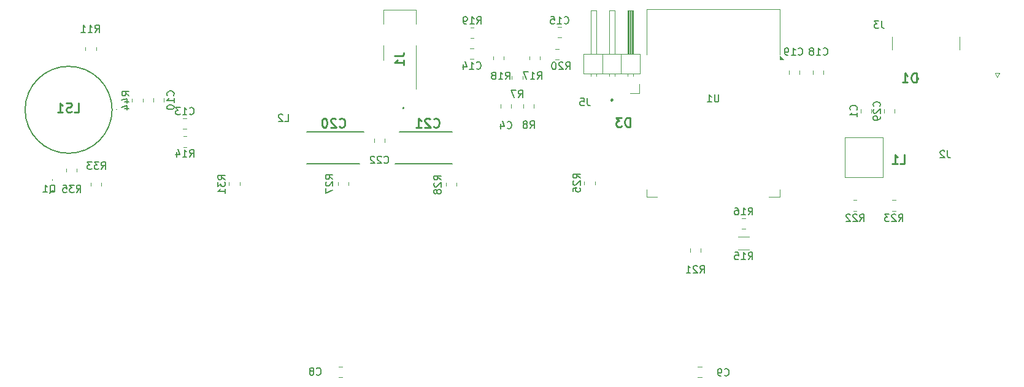
<source format=gbr>
%TF.GenerationSoftware,KiCad,Pcbnew,8.0.6*%
%TF.CreationDate,2024-10-16T19:54:22+02:00*%
%TF.ProjectId,nixie_alarm_main_board,6e697869-655f-4616-9c61-726d5f6d6169,rev?*%
%TF.SameCoordinates,Original*%
%TF.FileFunction,Legend,Bot*%
%TF.FilePolarity,Positive*%
%FSLAX46Y46*%
G04 Gerber Fmt 4.6, Leading zero omitted, Abs format (unit mm)*
G04 Created by KiCad (PCBNEW 8.0.6) date 2024-10-16 19:54:22*
%MOMM*%
%LPD*%
G01*
G04 APERTURE LIST*
%ADD10C,0.150000*%
%ADD11C,0.254000*%
%ADD12C,0.120000*%
%ADD13C,0.100000*%
%ADD14C,0.250000*%
%ADD15C,0.200000*%
G04 APERTURE END LIST*
D10*
X197692857Y-79787580D02*
X197740476Y-79835200D01*
X197740476Y-79835200D02*
X197883333Y-79882819D01*
X197883333Y-79882819D02*
X197978571Y-79882819D01*
X197978571Y-79882819D02*
X198121428Y-79835200D01*
X198121428Y-79835200D02*
X198216666Y-79739961D01*
X198216666Y-79739961D02*
X198264285Y-79644723D01*
X198264285Y-79644723D02*
X198311904Y-79454247D01*
X198311904Y-79454247D02*
X198311904Y-79311390D01*
X198311904Y-79311390D02*
X198264285Y-79120914D01*
X198264285Y-79120914D02*
X198216666Y-79025676D01*
X198216666Y-79025676D02*
X198121428Y-78930438D01*
X198121428Y-78930438D02*
X197978571Y-78882819D01*
X197978571Y-78882819D02*
X197883333Y-78882819D01*
X197883333Y-78882819D02*
X197740476Y-78930438D01*
X197740476Y-78930438D02*
X197692857Y-78978057D01*
X196740476Y-79882819D02*
X197311904Y-79882819D01*
X197026190Y-79882819D02*
X197026190Y-78882819D01*
X197026190Y-78882819D02*
X197121428Y-79025676D01*
X197121428Y-79025676D02*
X197216666Y-79120914D01*
X197216666Y-79120914D02*
X197311904Y-79168533D01*
X196169047Y-79311390D02*
X196264285Y-79263771D01*
X196264285Y-79263771D02*
X196311904Y-79216152D01*
X196311904Y-79216152D02*
X196359523Y-79120914D01*
X196359523Y-79120914D02*
X196359523Y-79073295D01*
X196359523Y-79073295D02*
X196311904Y-78978057D01*
X196311904Y-78978057D02*
X196264285Y-78930438D01*
X196264285Y-78930438D02*
X196169047Y-78882819D01*
X196169047Y-78882819D02*
X195978571Y-78882819D01*
X195978571Y-78882819D02*
X195883333Y-78930438D01*
X195883333Y-78930438D02*
X195835714Y-78978057D01*
X195835714Y-78978057D02*
X195788095Y-79073295D01*
X195788095Y-79073295D02*
X195788095Y-79120914D01*
X195788095Y-79120914D02*
X195835714Y-79216152D01*
X195835714Y-79216152D02*
X195883333Y-79263771D01*
X195883333Y-79263771D02*
X195978571Y-79311390D01*
X195978571Y-79311390D02*
X196169047Y-79311390D01*
X196169047Y-79311390D02*
X196264285Y-79359009D01*
X196264285Y-79359009D02*
X196311904Y-79406628D01*
X196311904Y-79406628D02*
X196359523Y-79501866D01*
X196359523Y-79501866D02*
X196359523Y-79692342D01*
X196359523Y-79692342D02*
X196311904Y-79787580D01*
X196311904Y-79787580D02*
X196264285Y-79835200D01*
X196264285Y-79835200D02*
X196169047Y-79882819D01*
X196169047Y-79882819D02*
X195978571Y-79882819D01*
X195978571Y-79882819D02*
X195883333Y-79835200D01*
X195883333Y-79835200D02*
X195835714Y-79787580D01*
X195835714Y-79787580D02*
X195788095Y-79692342D01*
X195788095Y-79692342D02*
X195788095Y-79501866D01*
X195788095Y-79501866D02*
X195835714Y-79406628D01*
X195835714Y-79406628D02*
X195883333Y-79359009D01*
X195883333Y-79359009D02*
X195978571Y-79311390D01*
X90945238Y-98900057D02*
X91040476Y-98852438D01*
X91040476Y-98852438D02*
X91135714Y-98757200D01*
X91135714Y-98757200D02*
X91278571Y-98614342D01*
X91278571Y-98614342D02*
X91373809Y-98566723D01*
X91373809Y-98566723D02*
X91469047Y-98566723D01*
X91421428Y-98804819D02*
X91516666Y-98757200D01*
X91516666Y-98757200D02*
X91611904Y-98661961D01*
X91611904Y-98661961D02*
X91659523Y-98471485D01*
X91659523Y-98471485D02*
X91659523Y-98138152D01*
X91659523Y-98138152D02*
X91611904Y-97947676D01*
X91611904Y-97947676D02*
X91516666Y-97852438D01*
X91516666Y-97852438D02*
X91421428Y-97804819D01*
X91421428Y-97804819D02*
X91230952Y-97804819D01*
X91230952Y-97804819D02*
X91135714Y-97852438D01*
X91135714Y-97852438D02*
X91040476Y-97947676D01*
X91040476Y-97947676D02*
X90992857Y-98138152D01*
X90992857Y-98138152D02*
X90992857Y-98471485D01*
X90992857Y-98471485D02*
X91040476Y-98661961D01*
X91040476Y-98661961D02*
X91135714Y-98757200D01*
X91135714Y-98757200D02*
X91230952Y-98804819D01*
X91230952Y-98804819D02*
X91421428Y-98804819D01*
X90040476Y-98804819D02*
X90611904Y-98804819D01*
X90326190Y-98804819D02*
X90326190Y-97804819D01*
X90326190Y-97804819D02*
X90421428Y-97947676D01*
X90421428Y-97947676D02*
X90516666Y-98042914D01*
X90516666Y-98042914D02*
X90611904Y-98090533D01*
X154066666Y-89937580D02*
X154114285Y-89985200D01*
X154114285Y-89985200D02*
X154257142Y-90032819D01*
X154257142Y-90032819D02*
X154352380Y-90032819D01*
X154352380Y-90032819D02*
X154495237Y-89985200D01*
X154495237Y-89985200D02*
X154590475Y-89889961D01*
X154590475Y-89889961D02*
X154638094Y-89794723D01*
X154638094Y-89794723D02*
X154685713Y-89604247D01*
X154685713Y-89604247D02*
X154685713Y-89461390D01*
X154685713Y-89461390D02*
X154638094Y-89270914D01*
X154638094Y-89270914D02*
X154590475Y-89175676D01*
X154590475Y-89175676D02*
X154495237Y-89080438D01*
X154495237Y-89080438D02*
X154352380Y-89032819D01*
X154352380Y-89032819D02*
X154257142Y-89032819D01*
X154257142Y-89032819D02*
X154114285Y-89080438D01*
X154114285Y-89080438D02*
X154066666Y-89128057D01*
X153209523Y-89366152D02*
X153209523Y-90032819D01*
X153447618Y-88985200D02*
X153685713Y-89699485D01*
X153685713Y-89699485D02*
X153066666Y-89699485D01*
X94642857Y-98832819D02*
X94976190Y-98356628D01*
X95214285Y-98832819D02*
X95214285Y-97832819D01*
X95214285Y-97832819D02*
X94833333Y-97832819D01*
X94833333Y-97832819D02*
X94738095Y-97880438D01*
X94738095Y-97880438D02*
X94690476Y-97928057D01*
X94690476Y-97928057D02*
X94642857Y-98023295D01*
X94642857Y-98023295D02*
X94642857Y-98166152D01*
X94642857Y-98166152D02*
X94690476Y-98261390D01*
X94690476Y-98261390D02*
X94738095Y-98309009D01*
X94738095Y-98309009D02*
X94833333Y-98356628D01*
X94833333Y-98356628D02*
X95214285Y-98356628D01*
X94309523Y-97832819D02*
X93690476Y-97832819D01*
X93690476Y-97832819D02*
X94023809Y-98213771D01*
X94023809Y-98213771D02*
X93880952Y-98213771D01*
X93880952Y-98213771D02*
X93785714Y-98261390D01*
X93785714Y-98261390D02*
X93738095Y-98309009D01*
X93738095Y-98309009D02*
X93690476Y-98404247D01*
X93690476Y-98404247D02*
X93690476Y-98642342D01*
X93690476Y-98642342D02*
X93738095Y-98737580D01*
X93738095Y-98737580D02*
X93785714Y-98785200D01*
X93785714Y-98785200D02*
X93880952Y-98832819D01*
X93880952Y-98832819D02*
X94166666Y-98832819D01*
X94166666Y-98832819D02*
X94261904Y-98785200D01*
X94261904Y-98785200D02*
X94309523Y-98737580D01*
X92785714Y-97832819D02*
X93261904Y-97832819D01*
X93261904Y-97832819D02*
X93309523Y-98309009D01*
X93309523Y-98309009D02*
X93261904Y-98261390D01*
X93261904Y-98261390D02*
X93166666Y-98213771D01*
X93166666Y-98213771D02*
X92928571Y-98213771D01*
X92928571Y-98213771D02*
X92833333Y-98261390D01*
X92833333Y-98261390D02*
X92785714Y-98309009D01*
X92785714Y-98309009D02*
X92738095Y-98404247D01*
X92738095Y-98404247D02*
X92738095Y-98642342D01*
X92738095Y-98642342D02*
X92785714Y-98737580D01*
X92785714Y-98737580D02*
X92833333Y-98785200D01*
X92833333Y-98785200D02*
X92928571Y-98832819D01*
X92928571Y-98832819D02*
X93166666Y-98832819D01*
X93166666Y-98832819D02*
X93261904Y-98785200D01*
X93261904Y-98785200D02*
X93309523Y-98737580D01*
X108009580Y-85457142D02*
X108057200Y-85409523D01*
X108057200Y-85409523D02*
X108104819Y-85266666D01*
X108104819Y-85266666D02*
X108104819Y-85171428D01*
X108104819Y-85171428D02*
X108057200Y-85028571D01*
X108057200Y-85028571D02*
X107961961Y-84933333D01*
X107961961Y-84933333D02*
X107866723Y-84885714D01*
X107866723Y-84885714D02*
X107676247Y-84838095D01*
X107676247Y-84838095D02*
X107533390Y-84838095D01*
X107533390Y-84838095D02*
X107342914Y-84885714D01*
X107342914Y-84885714D02*
X107247676Y-84933333D01*
X107247676Y-84933333D02*
X107152438Y-85028571D01*
X107152438Y-85028571D02*
X107104819Y-85171428D01*
X107104819Y-85171428D02*
X107104819Y-85266666D01*
X107104819Y-85266666D02*
X107152438Y-85409523D01*
X107152438Y-85409523D02*
X107200057Y-85457142D01*
X108104819Y-86409523D02*
X108104819Y-85838095D01*
X108104819Y-86123809D02*
X107104819Y-86123809D01*
X107104819Y-86123809D02*
X107247676Y-86028571D01*
X107247676Y-86028571D02*
X107342914Y-85933333D01*
X107342914Y-85933333D02*
X107390533Y-85838095D01*
X107104819Y-87028571D02*
X107104819Y-87123809D01*
X107104819Y-87123809D02*
X107152438Y-87219047D01*
X107152438Y-87219047D02*
X107200057Y-87266666D01*
X107200057Y-87266666D02*
X107295295Y-87314285D01*
X107295295Y-87314285D02*
X107485771Y-87361904D01*
X107485771Y-87361904D02*
X107723866Y-87361904D01*
X107723866Y-87361904D02*
X107914342Y-87314285D01*
X107914342Y-87314285D02*
X108009580Y-87266666D01*
X108009580Y-87266666D02*
X108057200Y-87219047D01*
X108057200Y-87219047D02*
X108104819Y-87123809D01*
X108104819Y-87123809D02*
X108104819Y-87028571D01*
X108104819Y-87028571D02*
X108057200Y-86933333D01*
X108057200Y-86933333D02*
X108009580Y-86885714D01*
X108009580Y-86885714D02*
X107914342Y-86838095D01*
X107914342Y-86838095D02*
X107723866Y-86790476D01*
X107723866Y-86790476D02*
X107485771Y-86790476D01*
X107485771Y-86790476D02*
X107295295Y-86838095D01*
X107295295Y-86838095D02*
X107200057Y-86885714D01*
X107200057Y-86885714D02*
X107152438Y-86933333D01*
X107152438Y-86933333D02*
X107104819Y-87028571D01*
X144954819Y-97107142D02*
X144478628Y-96773809D01*
X144954819Y-96535714D02*
X143954819Y-96535714D01*
X143954819Y-96535714D02*
X143954819Y-96916666D01*
X143954819Y-96916666D02*
X144002438Y-97011904D01*
X144002438Y-97011904D02*
X144050057Y-97059523D01*
X144050057Y-97059523D02*
X144145295Y-97107142D01*
X144145295Y-97107142D02*
X144288152Y-97107142D01*
X144288152Y-97107142D02*
X144383390Y-97059523D01*
X144383390Y-97059523D02*
X144431009Y-97011904D01*
X144431009Y-97011904D02*
X144478628Y-96916666D01*
X144478628Y-96916666D02*
X144478628Y-96535714D01*
X144050057Y-97488095D02*
X144002438Y-97535714D01*
X144002438Y-97535714D02*
X143954819Y-97630952D01*
X143954819Y-97630952D02*
X143954819Y-97869047D01*
X143954819Y-97869047D02*
X144002438Y-97964285D01*
X144002438Y-97964285D02*
X144050057Y-98011904D01*
X144050057Y-98011904D02*
X144145295Y-98059523D01*
X144145295Y-98059523D02*
X144240533Y-98059523D01*
X144240533Y-98059523D02*
X144383390Y-98011904D01*
X144383390Y-98011904D02*
X144954819Y-97440476D01*
X144954819Y-97440476D02*
X144954819Y-98059523D01*
X144383390Y-98630952D02*
X144335771Y-98535714D01*
X144335771Y-98535714D02*
X144288152Y-98488095D01*
X144288152Y-98488095D02*
X144192914Y-98440476D01*
X144192914Y-98440476D02*
X144145295Y-98440476D01*
X144145295Y-98440476D02*
X144050057Y-98488095D01*
X144050057Y-98488095D02*
X144002438Y-98535714D01*
X144002438Y-98535714D02*
X143954819Y-98630952D01*
X143954819Y-98630952D02*
X143954819Y-98821428D01*
X143954819Y-98821428D02*
X144002438Y-98916666D01*
X144002438Y-98916666D02*
X144050057Y-98964285D01*
X144050057Y-98964285D02*
X144145295Y-99011904D01*
X144145295Y-99011904D02*
X144192914Y-99011904D01*
X144192914Y-99011904D02*
X144288152Y-98964285D01*
X144288152Y-98964285D02*
X144335771Y-98916666D01*
X144335771Y-98916666D02*
X144383390Y-98821428D01*
X144383390Y-98821428D02*
X144383390Y-98630952D01*
X144383390Y-98630952D02*
X144431009Y-98535714D01*
X144431009Y-98535714D02*
X144478628Y-98488095D01*
X144478628Y-98488095D02*
X144573866Y-98440476D01*
X144573866Y-98440476D02*
X144764342Y-98440476D01*
X144764342Y-98440476D02*
X144859580Y-98488095D01*
X144859580Y-98488095D02*
X144907200Y-98535714D01*
X144907200Y-98535714D02*
X144954819Y-98630952D01*
X144954819Y-98630952D02*
X144954819Y-98821428D01*
X144954819Y-98821428D02*
X144907200Y-98916666D01*
X144907200Y-98916666D02*
X144859580Y-98964285D01*
X144859580Y-98964285D02*
X144764342Y-99011904D01*
X144764342Y-99011904D02*
X144573866Y-99011904D01*
X144573866Y-99011904D02*
X144478628Y-98964285D01*
X144478628Y-98964285D02*
X144431009Y-98916666D01*
X144431009Y-98916666D02*
X144383390Y-98821428D01*
X110242857Y-88007580D02*
X110290476Y-88055200D01*
X110290476Y-88055200D02*
X110433333Y-88102819D01*
X110433333Y-88102819D02*
X110528571Y-88102819D01*
X110528571Y-88102819D02*
X110671428Y-88055200D01*
X110671428Y-88055200D02*
X110766666Y-87959961D01*
X110766666Y-87959961D02*
X110814285Y-87864723D01*
X110814285Y-87864723D02*
X110861904Y-87674247D01*
X110861904Y-87674247D02*
X110861904Y-87531390D01*
X110861904Y-87531390D02*
X110814285Y-87340914D01*
X110814285Y-87340914D02*
X110766666Y-87245676D01*
X110766666Y-87245676D02*
X110671428Y-87150438D01*
X110671428Y-87150438D02*
X110528571Y-87102819D01*
X110528571Y-87102819D02*
X110433333Y-87102819D01*
X110433333Y-87102819D02*
X110290476Y-87150438D01*
X110290476Y-87150438D02*
X110242857Y-87198057D01*
X109290476Y-88102819D02*
X109861904Y-88102819D01*
X109576190Y-88102819D02*
X109576190Y-87102819D01*
X109576190Y-87102819D02*
X109671428Y-87245676D01*
X109671428Y-87245676D02*
X109766666Y-87340914D01*
X109766666Y-87340914D02*
X109861904Y-87388533D01*
X108957142Y-87102819D02*
X108338095Y-87102819D01*
X108338095Y-87102819D02*
X108671428Y-87483771D01*
X108671428Y-87483771D02*
X108528571Y-87483771D01*
X108528571Y-87483771D02*
X108433333Y-87531390D01*
X108433333Y-87531390D02*
X108385714Y-87579009D01*
X108385714Y-87579009D02*
X108338095Y-87674247D01*
X108338095Y-87674247D02*
X108338095Y-87912342D01*
X108338095Y-87912342D02*
X108385714Y-88007580D01*
X108385714Y-88007580D02*
X108433333Y-88055200D01*
X108433333Y-88055200D02*
X108528571Y-88102819D01*
X108528571Y-88102819D02*
X108814285Y-88102819D01*
X108814285Y-88102819D02*
X108909523Y-88055200D01*
X108909523Y-88055200D02*
X108957142Y-88007580D01*
X123366666Y-89032819D02*
X123842856Y-89032819D01*
X123842856Y-89032819D02*
X123842856Y-88032819D01*
X123080951Y-88128057D02*
X123033332Y-88080438D01*
X123033332Y-88080438D02*
X122938094Y-88032819D01*
X122938094Y-88032819D02*
X122699999Y-88032819D01*
X122699999Y-88032819D02*
X122604761Y-88080438D01*
X122604761Y-88080438D02*
X122557142Y-88128057D01*
X122557142Y-88128057D02*
X122509523Y-88223295D01*
X122509523Y-88223295D02*
X122509523Y-88318533D01*
X122509523Y-88318533D02*
X122557142Y-88461390D01*
X122557142Y-88461390D02*
X123128570Y-89032819D01*
X123128570Y-89032819D02*
X122509523Y-89032819D01*
X137092857Y-94737580D02*
X137140476Y-94785200D01*
X137140476Y-94785200D02*
X137283333Y-94832819D01*
X137283333Y-94832819D02*
X137378571Y-94832819D01*
X137378571Y-94832819D02*
X137521428Y-94785200D01*
X137521428Y-94785200D02*
X137616666Y-94689961D01*
X137616666Y-94689961D02*
X137664285Y-94594723D01*
X137664285Y-94594723D02*
X137711904Y-94404247D01*
X137711904Y-94404247D02*
X137711904Y-94261390D01*
X137711904Y-94261390D02*
X137664285Y-94070914D01*
X137664285Y-94070914D02*
X137616666Y-93975676D01*
X137616666Y-93975676D02*
X137521428Y-93880438D01*
X137521428Y-93880438D02*
X137378571Y-93832819D01*
X137378571Y-93832819D02*
X137283333Y-93832819D01*
X137283333Y-93832819D02*
X137140476Y-93880438D01*
X137140476Y-93880438D02*
X137092857Y-93928057D01*
X136711904Y-93928057D02*
X136664285Y-93880438D01*
X136664285Y-93880438D02*
X136569047Y-93832819D01*
X136569047Y-93832819D02*
X136330952Y-93832819D01*
X136330952Y-93832819D02*
X136235714Y-93880438D01*
X136235714Y-93880438D02*
X136188095Y-93928057D01*
X136188095Y-93928057D02*
X136140476Y-94023295D01*
X136140476Y-94023295D02*
X136140476Y-94118533D01*
X136140476Y-94118533D02*
X136188095Y-94261390D01*
X136188095Y-94261390D02*
X136759523Y-94832819D01*
X136759523Y-94832819D02*
X136140476Y-94832819D01*
X135759523Y-93928057D02*
X135711904Y-93880438D01*
X135711904Y-93880438D02*
X135616666Y-93832819D01*
X135616666Y-93832819D02*
X135378571Y-93832819D01*
X135378571Y-93832819D02*
X135283333Y-93880438D01*
X135283333Y-93880438D02*
X135235714Y-93928057D01*
X135235714Y-93928057D02*
X135188095Y-94023295D01*
X135188095Y-94023295D02*
X135188095Y-94118533D01*
X135188095Y-94118533D02*
X135235714Y-94261390D01*
X135235714Y-94261390D02*
X135807142Y-94832819D01*
X135807142Y-94832819D02*
X135188095Y-94832819D01*
D11*
X210547381Y-83642318D02*
X210547381Y-82372318D01*
X210547381Y-82372318D02*
X210245000Y-82372318D01*
X210245000Y-82372318D02*
X210063571Y-82432794D01*
X210063571Y-82432794D02*
X209942619Y-82553746D01*
X209942619Y-82553746D02*
X209882142Y-82674699D01*
X209882142Y-82674699D02*
X209821666Y-82916603D01*
X209821666Y-82916603D02*
X209821666Y-83098032D01*
X209821666Y-83098032D02*
X209882142Y-83339937D01*
X209882142Y-83339937D02*
X209942619Y-83460889D01*
X209942619Y-83460889D02*
X210063571Y-83581842D01*
X210063571Y-83581842D02*
X210245000Y-83642318D01*
X210245000Y-83642318D02*
X210547381Y-83642318D01*
X208612142Y-83642318D02*
X209337857Y-83642318D01*
X208975000Y-83642318D02*
X208975000Y-82372318D01*
X208975000Y-82372318D02*
X209095952Y-82553746D01*
X209095952Y-82553746D02*
X209216904Y-82674699D01*
X209216904Y-82674699D02*
X209337857Y-82735175D01*
X130916428Y-89753365D02*
X130976904Y-89813842D01*
X130976904Y-89813842D02*
X131158333Y-89874318D01*
X131158333Y-89874318D02*
X131279285Y-89874318D01*
X131279285Y-89874318D02*
X131460714Y-89813842D01*
X131460714Y-89813842D02*
X131581666Y-89692889D01*
X131581666Y-89692889D02*
X131642143Y-89571937D01*
X131642143Y-89571937D02*
X131702619Y-89330032D01*
X131702619Y-89330032D02*
X131702619Y-89148603D01*
X131702619Y-89148603D02*
X131642143Y-88906699D01*
X131642143Y-88906699D02*
X131581666Y-88785746D01*
X131581666Y-88785746D02*
X131460714Y-88664794D01*
X131460714Y-88664794D02*
X131279285Y-88604318D01*
X131279285Y-88604318D02*
X131158333Y-88604318D01*
X131158333Y-88604318D02*
X130976904Y-88664794D01*
X130976904Y-88664794D02*
X130916428Y-88725270D01*
X130432619Y-88725270D02*
X130372143Y-88664794D01*
X130372143Y-88664794D02*
X130251190Y-88604318D01*
X130251190Y-88604318D02*
X129948809Y-88604318D01*
X129948809Y-88604318D02*
X129827857Y-88664794D01*
X129827857Y-88664794D02*
X129767381Y-88725270D01*
X129767381Y-88725270D02*
X129706904Y-88846222D01*
X129706904Y-88846222D02*
X129706904Y-88967175D01*
X129706904Y-88967175D02*
X129767381Y-89148603D01*
X129767381Y-89148603D02*
X130493095Y-89874318D01*
X130493095Y-89874318D02*
X129706904Y-89874318D01*
X128920714Y-88604318D02*
X128799761Y-88604318D01*
X128799761Y-88604318D02*
X128678809Y-88664794D01*
X128678809Y-88664794D02*
X128618333Y-88725270D01*
X128618333Y-88725270D02*
X128557857Y-88846222D01*
X128557857Y-88846222D02*
X128497380Y-89088127D01*
X128497380Y-89088127D02*
X128497380Y-89390508D01*
X128497380Y-89390508D02*
X128557857Y-89632413D01*
X128557857Y-89632413D02*
X128618333Y-89753365D01*
X128618333Y-89753365D02*
X128678809Y-89813842D01*
X128678809Y-89813842D02*
X128799761Y-89874318D01*
X128799761Y-89874318D02*
X128920714Y-89874318D01*
X128920714Y-89874318D02*
X129041666Y-89813842D01*
X129041666Y-89813842D02*
X129102142Y-89753365D01*
X129102142Y-89753365D02*
X129162619Y-89632413D01*
X129162619Y-89632413D02*
X129223095Y-89390508D01*
X129223095Y-89390508D02*
X129223095Y-89088127D01*
X129223095Y-89088127D02*
X129162619Y-88846222D01*
X129162619Y-88846222D02*
X129102142Y-88725270D01*
X129102142Y-88725270D02*
X129041666Y-88664794D01*
X129041666Y-88664794D02*
X128920714Y-88604318D01*
X208311666Y-94874318D02*
X208916428Y-94874318D01*
X208916428Y-94874318D02*
X208916428Y-93604318D01*
X207223094Y-94874318D02*
X207948809Y-94874318D01*
X207585952Y-94874318D02*
X207585952Y-93604318D01*
X207585952Y-93604318D02*
X207706904Y-93785746D01*
X207706904Y-93785746D02*
X207827856Y-93906699D01*
X207827856Y-93906699D02*
X207948809Y-93967175D01*
D10*
X187342857Y-101932819D02*
X187676190Y-101456628D01*
X187914285Y-101932819D02*
X187914285Y-100932819D01*
X187914285Y-100932819D02*
X187533333Y-100932819D01*
X187533333Y-100932819D02*
X187438095Y-100980438D01*
X187438095Y-100980438D02*
X187390476Y-101028057D01*
X187390476Y-101028057D02*
X187342857Y-101123295D01*
X187342857Y-101123295D02*
X187342857Y-101266152D01*
X187342857Y-101266152D02*
X187390476Y-101361390D01*
X187390476Y-101361390D02*
X187438095Y-101409009D01*
X187438095Y-101409009D02*
X187533333Y-101456628D01*
X187533333Y-101456628D02*
X187914285Y-101456628D01*
X186390476Y-101932819D02*
X186961904Y-101932819D01*
X186676190Y-101932819D02*
X186676190Y-100932819D01*
X186676190Y-100932819D02*
X186771428Y-101075676D01*
X186771428Y-101075676D02*
X186866666Y-101170914D01*
X186866666Y-101170914D02*
X186961904Y-101218533D01*
X185533333Y-100932819D02*
X185723809Y-100932819D01*
X185723809Y-100932819D02*
X185819047Y-100980438D01*
X185819047Y-100980438D02*
X185866666Y-101028057D01*
X185866666Y-101028057D02*
X185961904Y-101170914D01*
X185961904Y-101170914D02*
X186009523Y-101361390D01*
X186009523Y-101361390D02*
X186009523Y-101742342D01*
X186009523Y-101742342D02*
X185961904Y-101837580D01*
X185961904Y-101837580D02*
X185914285Y-101885200D01*
X185914285Y-101885200D02*
X185819047Y-101932819D01*
X185819047Y-101932819D02*
X185628571Y-101932819D01*
X185628571Y-101932819D02*
X185533333Y-101885200D01*
X185533333Y-101885200D02*
X185485714Y-101837580D01*
X185485714Y-101837580D02*
X185438095Y-101742342D01*
X185438095Y-101742342D02*
X185438095Y-101504247D01*
X185438095Y-101504247D02*
X185485714Y-101409009D01*
X185485714Y-101409009D02*
X185533333Y-101361390D01*
X185533333Y-101361390D02*
X185628571Y-101313771D01*
X185628571Y-101313771D02*
X185819047Y-101313771D01*
X185819047Y-101313771D02*
X185914285Y-101361390D01*
X185914285Y-101361390D02*
X185961904Y-101409009D01*
X185961904Y-101409009D02*
X186009523Y-101504247D01*
X165133333Y-85854819D02*
X165133333Y-86569104D01*
X165133333Y-86569104D02*
X165180952Y-86711961D01*
X165180952Y-86711961D02*
X165276190Y-86807200D01*
X165276190Y-86807200D02*
X165419047Y-86854819D01*
X165419047Y-86854819D02*
X165514285Y-86854819D01*
X164180952Y-85854819D02*
X164657142Y-85854819D01*
X164657142Y-85854819D02*
X164704761Y-86331009D01*
X164704761Y-86331009D02*
X164657142Y-86283390D01*
X164657142Y-86283390D02*
X164561904Y-86235771D01*
X164561904Y-86235771D02*
X164323809Y-86235771D01*
X164323809Y-86235771D02*
X164228571Y-86283390D01*
X164228571Y-86283390D02*
X164180952Y-86331009D01*
X164180952Y-86331009D02*
X164133333Y-86426247D01*
X164133333Y-86426247D02*
X164133333Y-86664342D01*
X164133333Y-86664342D02*
X164180952Y-86759580D01*
X164180952Y-86759580D02*
X164228571Y-86807200D01*
X164228571Y-86807200D02*
X164323809Y-86854819D01*
X164323809Y-86854819D02*
X164561904Y-86854819D01*
X164561904Y-86854819D02*
X164657142Y-86807200D01*
X164657142Y-86807200D02*
X164704761Y-86759580D01*
X157216666Y-89982819D02*
X157549999Y-89506628D01*
X157788094Y-89982819D02*
X157788094Y-88982819D01*
X157788094Y-88982819D02*
X157407142Y-88982819D01*
X157407142Y-88982819D02*
X157311904Y-89030438D01*
X157311904Y-89030438D02*
X157264285Y-89078057D01*
X157264285Y-89078057D02*
X157216666Y-89173295D01*
X157216666Y-89173295D02*
X157216666Y-89316152D01*
X157216666Y-89316152D02*
X157264285Y-89411390D01*
X157264285Y-89411390D02*
X157311904Y-89459009D01*
X157311904Y-89459009D02*
X157407142Y-89506628D01*
X157407142Y-89506628D02*
X157788094Y-89506628D01*
X156645237Y-89411390D02*
X156740475Y-89363771D01*
X156740475Y-89363771D02*
X156788094Y-89316152D01*
X156788094Y-89316152D02*
X156835713Y-89220914D01*
X156835713Y-89220914D02*
X156835713Y-89173295D01*
X156835713Y-89173295D02*
X156788094Y-89078057D01*
X156788094Y-89078057D02*
X156740475Y-89030438D01*
X156740475Y-89030438D02*
X156645237Y-88982819D01*
X156645237Y-88982819D02*
X156454761Y-88982819D01*
X156454761Y-88982819D02*
X156359523Y-89030438D01*
X156359523Y-89030438D02*
X156311904Y-89078057D01*
X156311904Y-89078057D02*
X156264285Y-89173295D01*
X156264285Y-89173295D02*
X156264285Y-89220914D01*
X156264285Y-89220914D02*
X156311904Y-89316152D01*
X156311904Y-89316152D02*
X156359523Y-89363771D01*
X156359523Y-89363771D02*
X156454761Y-89411390D01*
X156454761Y-89411390D02*
X156645237Y-89411390D01*
X156645237Y-89411390D02*
X156740475Y-89459009D01*
X156740475Y-89459009D02*
X156788094Y-89506628D01*
X156788094Y-89506628D02*
X156835713Y-89601866D01*
X156835713Y-89601866D02*
X156835713Y-89792342D01*
X156835713Y-89792342D02*
X156788094Y-89887580D01*
X156788094Y-89887580D02*
X156740475Y-89935200D01*
X156740475Y-89935200D02*
X156645237Y-89982819D01*
X156645237Y-89982819D02*
X156454761Y-89982819D01*
X156454761Y-89982819D02*
X156359523Y-89935200D01*
X156359523Y-89935200D02*
X156311904Y-89887580D01*
X156311904Y-89887580D02*
X156264285Y-89792342D01*
X156264285Y-89792342D02*
X156264285Y-89601866D01*
X156264285Y-89601866D02*
X156311904Y-89506628D01*
X156311904Y-89506628D02*
X156359523Y-89459009D01*
X156359523Y-89459009D02*
X156454761Y-89411390D01*
X153842857Y-83232819D02*
X154176190Y-82756628D01*
X154414285Y-83232819D02*
X154414285Y-82232819D01*
X154414285Y-82232819D02*
X154033333Y-82232819D01*
X154033333Y-82232819D02*
X153938095Y-82280438D01*
X153938095Y-82280438D02*
X153890476Y-82328057D01*
X153890476Y-82328057D02*
X153842857Y-82423295D01*
X153842857Y-82423295D02*
X153842857Y-82566152D01*
X153842857Y-82566152D02*
X153890476Y-82661390D01*
X153890476Y-82661390D02*
X153938095Y-82709009D01*
X153938095Y-82709009D02*
X154033333Y-82756628D01*
X154033333Y-82756628D02*
X154414285Y-82756628D01*
X152890476Y-83232819D02*
X153461904Y-83232819D01*
X153176190Y-83232819D02*
X153176190Y-82232819D01*
X153176190Y-82232819D02*
X153271428Y-82375676D01*
X153271428Y-82375676D02*
X153366666Y-82470914D01*
X153366666Y-82470914D02*
X153461904Y-82518533D01*
X152319047Y-82661390D02*
X152414285Y-82613771D01*
X152414285Y-82613771D02*
X152461904Y-82566152D01*
X152461904Y-82566152D02*
X152509523Y-82470914D01*
X152509523Y-82470914D02*
X152509523Y-82423295D01*
X152509523Y-82423295D02*
X152461904Y-82328057D01*
X152461904Y-82328057D02*
X152414285Y-82280438D01*
X152414285Y-82280438D02*
X152319047Y-82232819D01*
X152319047Y-82232819D02*
X152128571Y-82232819D01*
X152128571Y-82232819D02*
X152033333Y-82280438D01*
X152033333Y-82280438D02*
X151985714Y-82328057D01*
X151985714Y-82328057D02*
X151938095Y-82423295D01*
X151938095Y-82423295D02*
X151938095Y-82470914D01*
X151938095Y-82470914D02*
X151985714Y-82566152D01*
X151985714Y-82566152D02*
X152033333Y-82613771D01*
X152033333Y-82613771D02*
X152128571Y-82661390D01*
X152128571Y-82661390D02*
X152319047Y-82661390D01*
X152319047Y-82661390D02*
X152414285Y-82709009D01*
X152414285Y-82709009D02*
X152461904Y-82756628D01*
X152461904Y-82756628D02*
X152509523Y-82851866D01*
X152509523Y-82851866D02*
X152509523Y-83042342D01*
X152509523Y-83042342D02*
X152461904Y-83137580D01*
X152461904Y-83137580D02*
X152414285Y-83185200D01*
X152414285Y-83185200D02*
X152319047Y-83232819D01*
X152319047Y-83232819D02*
X152128571Y-83232819D01*
X152128571Y-83232819D02*
X152033333Y-83185200D01*
X152033333Y-83185200D02*
X151985714Y-83137580D01*
X151985714Y-83137580D02*
X151938095Y-83042342D01*
X151938095Y-83042342D02*
X151938095Y-82851866D01*
X151938095Y-82851866D02*
X151985714Y-82756628D01*
X151985714Y-82756628D02*
X152033333Y-82709009D01*
X152033333Y-82709009D02*
X152128571Y-82661390D01*
D11*
X171037381Y-89774318D02*
X171037381Y-88504318D01*
X171037381Y-88504318D02*
X170735000Y-88504318D01*
X170735000Y-88504318D02*
X170553571Y-88564794D01*
X170553571Y-88564794D02*
X170432619Y-88685746D01*
X170432619Y-88685746D02*
X170372142Y-88806699D01*
X170372142Y-88806699D02*
X170311666Y-89048603D01*
X170311666Y-89048603D02*
X170311666Y-89230032D01*
X170311666Y-89230032D02*
X170372142Y-89471937D01*
X170372142Y-89471937D02*
X170432619Y-89592889D01*
X170432619Y-89592889D02*
X170553571Y-89713842D01*
X170553571Y-89713842D02*
X170735000Y-89774318D01*
X170735000Y-89774318D02*
X171037381Y-89774318D01*
X169888333Y-88504318D02*
X169102142Y-88504318D01*
X169102142Y-88504318D02*
X169525476Y-88988127D01*
X169525476Y-88988127D02*
X169344047Y-88988127D01*
X169344047Y-88988127D02*
X169223095Y-89048603D01*
X169223095Y-89048603D02*
X169162619Y-89109080D01*
X169162619Y-89109080D02*
X169102142Y-89230032D01*
X169102142Y-89230032D02*
X169102142Y-89532413D01*
X169102142Y-89532413D02*
X169162619Y-89653365D01*
X169162619Y-89653365D02*
X169223095Y-89713842D01*
X169223095Y-89713842D02*
X169344047Y-89774318D01*
X169344047Y-89774318D02*
X169706904Y-89774318D01*
X169706904Y-89774318D02*
X169827857Y-89713842D01*
X169827857Y-89713842D02*
X169888333Y-89653365D01*
D10*
X194242857Y-79787580D02*
X194290476Y-79835200D01*
X194290476Y-79835200D02*
X194433333Y-79882819D01*
X194433333Y-79882819D02*
X194528571Y-79882819D01*
X194528571Y-79882819D02*
X194671428Y-79835200D01*
X194671428Y-79835200D02*
X194766666Y-79739961D01*
X194766666Y-79739961D02*
X194814285Y-79644723D01*
X194814285Y-79644723D02*
X194861904Y-79454247D01*
X194861904Y-79454247D02*
X194861904Y-79311390D01*
X194861904Y-79311390D02*
X194814285Y-79120914D01*
X194814285Y-79120914D02*
X194766666Y-79025676D01*
X194766666Y-79025676D02*
X194671428Y-78930438D01*
X194671428Y-78930438D02*
X194528571Y-78882819D01*
X194528571Y-78882819D02*
X194433333Y-78882819D01*
X194433333Y-78882819D02*
X194290476Y-78930438D01*
X194290476Y-78930438D02*
X194242857Y-78978057D01*
X193290476Y-79882819D02*
X193861904Y-79882819D01*
X193576190Y-79882819D02*
X193576190Y-78882819D01*
X193576190Y-78882819D02*
X193671428Y-79025676D01*
X193671428Y-79025676D02*
X193766666Y-79120914D01*
X193766666Y-79120914D02*
X193861904Y-79168533D01*
X192814285Y-79882819D02*
X192623809Y-79882819D01*
X192623809Y-79882819D02*
X192528571Y-79835200D01*
X192528571Y-79835200D02*
X192480952Y-79787580D01*
X192480952Y-79787580D02*
X192385714Y-79644723D01*
X192385714Y-79644723D02*
X192338095Y-79454247D01*
X192338095Y-79454247D02*
X192338095Y-79073295D01*
X192338095Y-79073295D02*
X192385714Y-78978057D01*
X192385714Y-78978057D02*
X192433333Y-78930438D01*
X192433333Y-78930438D02*
X192528571Y-78882819D01*
X192528571Y-78882819D02*
X192719047Y-78882819D01*
X192719047Y-78882819D02*
X192814285Y-78930438D01*
X192814285Y-78930438D02*
X192861904Y-78978057D01*
X192861904Y-78978057D02*
X192909523Y-79073295D01*
X192909523Y-79073295D02*
X192909523Y-79311390D01*
X192909523Y-79311390D02*
X192861904Y-79406628D01*
X192861904Y-79406628D02*
X192814285Y-79454247D01*
X192814285Y-79454247D02*
X192719047Y-79501866D01*
X192719047Y-79501866D02*
X192528571Y-79501866D01*
X192528571Y-79501866D02*
X192433333Y-79454247D01*
X192433333Y-79454247D02*
X192385714Y-79406628D01*
X192385714Y-79406628D02*
X192338095Y-79311390D01*
X110242857Y-93932819D02*
X110576190Y-93456628D01*
X110814285Y-93932819D02*
X110814285Y-92932819D01*
X110814285Y-92932819D02*
X110433333Y-92932819D01*
X110433333Y-92932819D02*
X110338095Y-92980438D01*
X110338095Y-92980438D02*
X110290476Y-93028057D01*
X110290476Y-93028057D02*
X110242857Y-93123295D01*
X110242857Y-93123295D02*
X110242857Y-93266152D01*
X110242857Y-93266152D02*
X110290476Y-93361390D01*
X110290476Y-93361390D02*
X110338095Y-93409009D01*
X110338095Y-93409009D02*
X110433333Y-93456628D01*
X110433333Y-93456628D02*
X110814285Y-93456628D01*
X109290476Y-93932819D02*
X109861904Y-93932819D01*
X109576190Y-93932819D02*
X109576190Y-92932819D01*
X109576190Y-92932819D02*
X109671428Y-93075676D01*
X109671428Y-93075676D02*
X109766666Y-93170914D01*
X109766666Y-93170914D02*
X109861904Y-93218533D01*
X108433333Y-93266152D02*
X108433333Y-93932819D01*
X108671428Y-92885200D02*
X108909523Y-93599485D01*
X108909523Y-93599485D02*
X108290476Y-93599485D01*
X202279580Y-87433333D02*
X202327200Y-87385714D01*
X202327200Y-87385714D02*
X202374819Y-87242857D01*
X202374819Y-87242857D02*
X202374819Y-87147619D01*
X202374819Y-87147619D02*
X202327200Y-87004762D01*
X202327200Y-87004762D02*
X202231961Y-86909524D01*
X202231961Y-86909524D02*
X202136723Y-86861905D01*
X202136723Y-86861905D02*
X201946247Y-86814286D01*
X201946247Y-86814286D02*
X201803390Y-86814286D01*
X201803390Y-86814286D02*
X201612914Y-86861905D01*
X201612914Y-86861905D02*
X201517676Y-86909524D01*
X201517676Y-86909524D02*
X201422438Y-87004762D01*
X201422438Y-87004762D02*
X201374819Y-87147619D01*
X201374819Y-87147619D02*
X201374819Y-87242857D01*
X201374819Y-87242857D02*
X201422438Y-87385714D01*
X201422438Y-87385714D02*
X201470057Y-87433333D01*
X202374819Y-88385714D02*
X202374819Y-87814286D01*
X202374819Y-88100000D02*
X201374819Y-88100000D01*
X201374819Y-88100000D02*
X201517676Y-88004762D01*
X201517676Y-88004762D02*
X201612914Y-87909524D01*
X201612914Y-87909524D02*
X201660533Y-87814286D01*
X130004819Y-97007142D02*
X129528628Y-96673809D01*
X130004819Y-96435714D02*
X129004819Y-96435714D01*
X129004819Y-96435714D02*
X129004819Y-96816666D01*
X129004819Y-96816666D02*
X129052438Y-96911904D01*
X129052438Y-96911904D02*
X129100057Y-96959523D01*
X129100057Y-96959523D02*
X129195295Y-97007142D01*
X129195295Y-97007142D02*
X129338152Y-97007142D01*
X129338152Y-97007142D02*
X129433390Y-96959523D01*
X129433390Y-96959523D02*
X129481009Y-96911904D01*
X129481009Y-96911904D02*
X129528628Y-96816666D01*
X129528628Y-96816666D02*
X129528628Y-96435714D01*
X129100057Y-97388095D02*
X129052438Y-97435714D01*
X129052438Y-97435714D02*
X129004819Y-97530952D01*
X129004819Y-97530952D02*
X129004819Y-97769047D01*
X129004819Y-97769047D02*
X129052438Y-97864285D01*
X129052438Y-97864285D02*
X129100057Y-97911904D01*
X129100057Y-97911904D02*
X129195295Y-97959523D01*
X129195295Y-97959523D02*
X129290533Y-97959523D01*
X129290533Y-97959523D02*
X129433390Y-97911904D01*
X129433390Y-97911904D02*
X130004819Y-97340476D01*
X130004819Y-97340476D02*
X130004819Y-97959523D01*
X129004819Y-98292857D02*
X129004819Y-98959523D01*
X129004819Y-98959523D02*
X130004819Y-98530952D01*
X208092857Y-102832819D02*
X208426190Y-102356628D01*
X208664285Y-102832819D02*
X208664285Y-101832819D01*
X208664285Y-101832819D02*
X208283333Y-101832819D01*
X208283333Y-101832819D02*
X208188095Y-101880438D01*
X208188095Y-101880438D02*
X208140476Y-101928057D01*
X208140476Y-101928057D02*
X208092857Y-102023295D01*
X208092857Y-102023295D02*
X208092857Y-102166152D01*
X208092857Y-102166152D02*
X208140476Y-102261390D01*
X208140476Y-102261390D02*
X208188095Y-102309009D01*
X208188095Y-102309009D02*
X208283333Y-102356628D01*
X208283333Y-102356628D02*
X208664285Y-102356628D01*
X207711904Y-101928057D02*
X207664285Y-101880438D01*
X207664285Y-101880438D02*
X207569047Y-101832819D01*
X207569047Y-101832819D02*
X207330952Y-101832819D01*
X207330952Y-101832819D02*
X207235714Y-101880438D01*
X207235714Y-101880438D02*
X207188095Y-101928057D01*
X207188095Y-101928057D02*
X207140476Y-102023295D01*
X207140476Y-102023295D02*
X207140476Y-102118533D01*
X207140476Y-102118533D02*
X207188095Y-102261390D01*
X207188095Y-102261390D02*
X207759523Y-102832819D01*
X207759523Y-102832819D02*
X207140476Y-102832819D01*
X206807142Y-101832819D02*
X206188095Y-101832819D01*
X206188095Y-101832819D02*
X206521428Y-102213771D01*
X206521428Y-102213771D02*
X206378571Y-102213771D01*
X206378571Y-102213771D02*
X206283333Y-102261390D01*
X206283333Y-102261390D02*
X206235714Y-102309009D01*
X206235714Y-102309009D02*
X206188095Y-102404247D01*
X206188095Y-102404247D02*
X206188095Y-102642342D01*
X206188095Y-102642342D02*
X206235714Y-102737580D01*
X206235714Y-102737580D02*
X206283333Y-102785200D01*
X206283333Y-102785200D02*
X206378571Y-102832819D01*
X206378571Y-102832819D02*
X206664285Y-102832819D01*
X206664285Y-102832819D02*
X206759523Y-102785200D01*
X206759523Y-102785200D02*
X206807142Y-102737580D01*
X184066666Y-124059580D02*
X184114285Y-124107200D01*
X184114285Y-124107200D02*
X184257142Y-124154819D01*
X184257142Y-124154819D02*
X184352380Y-124154819D01*
X184352380Y-124154819D02*
X184495237Y-124107200D01*
X184495237Y-124107200D02*
X184590475Y-124011961D01*
X184590475Y-124011961D02*
X184638094Y-123916723D01*
X184638094Y-123916723D02*
X184685713Y-123726247D01*
X184685713Y-123726247D02*
X184685713Y-123583390D01*
X184685713Y-123583390D02*
X184638094Y-123392914D01*
X184638094Y-123392914D02*
X184590475Y-123297676D01*
X184590475Y-123297676D02*
X184495237Y-123202438D01*
X184495237Y-123202438D02*
X184352380Y-123154819D01*
X184352380Y-123154819D02*
X184257142Y-123154819D01*
X184257142Y-123154819D02*
X184114285Y-123202438D01*
X184114285Y-123202438D02*
X184066666Y-123250057D01*
X183590475Y-124154819D02*
X183399999Y-124154819D01*
X183399999Y-124154819D02*
X183304761Y-124107200D01*
X183304761Y-124107200D02*
X183257142Y-124059580D01*
X183257142Y-124059580D02*
X183161904Y-123916723D01*
X183161904Y-123916723D02*
X183114285Y-123726247D01*
X183114285Y-123726247D02*
X183114285Y-123345295D01*
X183114285Y-123345295D02*
X183161904Y-123250057D01*
X183161904Y-123250057D02*
X183209523Y-123202438D01*
X183209523Y-123202438D02*
X183304761Y-123154819D01*
X183304761Y-123154819D02*
X183495237Y-123154819D01*
X183495237Y-123154819D02*
X183590475Y-123202438D01*
X183590475Y-123202438D02*
X183638094Y-123250057D01*
X183638094Y-123250057D02*
X183685713Y-123345295D01*
X183685713Y-123345295D02*
X183685713Y-123583390D01*
X183685713Y-123583390D02*
X183638094Y-123678628D01*
X183638094Y-123678628D02*
X183590475Y-123726247D01*
X183590475Y-123726247D02*
X183495237Y-123773866D01*
X183495237Y-123773866D02*
X183304761Y-123773866D01*
X183304761Y-123773866D02*
X183209523Y-123726247D01*
X183209523Y-123726247D02*
X183161904Y-123678628D01*
X183161904Y-123678628D02*
X183114285Y-123583390D01*
X187342857Y-108102819D02*
X187676190Y-107626628D01*
X187914285Y-108102819D02*
X187914285Y-107102819D01*
X187914285Y-107102819D02*
X187533333Y-107102819D01*
X187533333Y-107102819D02*
X187438095Y-107150438D01*
X187438095Y-107150438D02*
X187390476Y-107198057D01*
X187390476Y-107198057D02*
X187342857Y-107293295D01*
X187342857Y-107293295D02*
X187342857Y-107436152D01*
X187342857Y-107436152D02*
X187390476Y-107531390D01*
X187390476Y-107531390D02*
X187438095Y-107579009D01*
X187438095Y-107579009D02*
X187533333Y-107626628D01*
X187533333Y-107626628D02*
X187914285Y-107626628D01*
X186390476Y-108102819D02*
X186961904Y-108102819D01*
X186676190Y-108102819D02*
X186676190Y-107102819D01*
X186676190Y-107102819D02*
X186771428Y-107245676D01*
X186771428Y-107245676D02*
X186866666Y-107340914D01*
X186866666Y-107340914D02*
X186961904Y-107388533D01*
X185485714Y-107102819D02*
X185961904Y-107102819D01*
X185961904Y-107102819D02*
X186009523Y-107579009D01*
X186009523Y-107579009D02*
X185961904Y-107531390D01*
X185961904Y-107531390D02*
X185866666Y-107483771D01*
X185866666Y-107483771D02*
X185628571Y-107483771D01*
X185628571Y-107483771D02*
X185533333Y-107531390D01*
X185533333Y-107531390D02*
X185485714Y-107579009D01*
X185485714Y-107579009D02*
X185438095Y-107674247D01*
X185438095Y-107674247D02*
X185438095Y-107912342D01*
X185438095Y-107912342D02*
X185485714Y-108007580D01*
X185485714Y-108007580D02*
X185533333Y-108055200D01*
X185533333Y-108055200D02*
X185628571Y-108102819D01*
X185628571Y-108102819D02*
X185866666Y-108102819D01*
X185866666Y-108102819D02*
X185961904Y-108055200D01*
X185961904Y-108055200D02*
X186009523Y-108007580D01*
X155616665Y-85732820D02*
X155949998Y-85256629D01*
X156188093Y-85732820D02*
X156188093Y-84732820D01*
X156188093Y-84732820D02*
X155807141Y-84732820D01*
X155807141Y-84732820D02*
X155711903Y-84780439D01*
X155711903Y-84780439D02*
X155664284Y-84828058D01*
X155664284Y-84828058D02*
X155616665Y-84923296D01*
X155616665Y-84923296D02*
X155616665Y-85066153D01*
X155616665Y-85066153D02*
X155664284Y-85161391D01*
X155664284Y-85161391D02*
X155711903Y-85209010D01*
X155711903Y-85209010D02*
X155807141Y-85256629D01*
X155807141Y-85256629D02*
X156188093Y-85256629D01*
X155283331Y-84732820D02*
X154616665Y-84732820D01*
X154616665Y-84732820D02*
X155045236Y-85732820D01*
X101904819Y-85487142D02*
X101428628Y-85153809D01*
X101904819Y-84915714D02*
X100904819Y-84915714D01*
X100904819Y-84915714D02*
X100904819Y-85296666D01*
X100904819Y-85296666D02*
X100952438Y-85391904D01*
X100952438Y-85391904D02*
X101000057Y-85439523D01*
X101000057Y-85439523D02*
X101095295Y-85487142D01*
X101095295Y-85487142D02*
X101238152Y-85487142D01*
X101238152Y-85487142D02*
X101333390Y-85439523D01*
X101333390Y-85439523D02*
X101381009Y-85391904D01*
X101381009Y-85391904D02*
X101428628Y-85296666D01*
X101428628Y-85296666D02*
X101428628Y-84915714D01*
X101238152Y-86344285D02*
X101904819Y-86344285D01*
X100857200Y-86106190D02*
X101571485Y-85868095D01*
X101571485Y-85868095D02*
X101571485Y-86487142D01*
X101238152Y-87296666D02*
X101904819Y-87296666D01*
X100857200Y-87058571D02*
X101571485Y-86820476D01*
X101571485Y-86820476D02*
X101571485Y-87439523D01*
X202742857Y-102832819D02*
X203076190Y-102356628D01*
X203314285Y-102832819D02*
X203314285Y-101832819D01*
X203314285Y-101832819D02*
X202933333Y-101832819D01*
X202933333Y-101832819D02*
X202838095Y-101880438D01*
X202838095Y-101880438D02*
X202790476Y-101928057D01*
X202790476Y-101928057D02*
X202742857Y-102023295D01*
X202742857Y-102023295D02*
X202742857Y-102166152D01*
X202742857Y-102166152D02*
X202790476Y-102261390D01*
X202790476Y-102261390D02*
X202838095Y-102309009D01*
X202838095Y-102309009D02*
X202933333Y-102356628D01*
X202933333Y-102356628D02*
X203314285Y-102356628D01*
X202361904Y-101928057D02*
X202314285Y-101880438D01*
X202314285Y-101880438D02*
X202219047Y-101832819D01*
X202219047Y-101832819D02*
X201980952Y-101832819D01*
X201980952Y-101832819D02*
X201885714Y-101880438D01*
X201885714Y-101880438D02*
X201838095Y-101928057D01*
X201838095Y-101928057D02*
X201790476Y-102023295D01*
X201790476Y-102023295D02*
X201790476Y-102118533D01*
X201790476Y-102118533D02*
X201838095Y-102261390D01*
X201838095Y-102261390D02*
X202409523Y-102832819D01*
X202409523Y-102832819D02*
X201790476Y-102832819D01*
X201409523Y-101928057D02*
X201361904Y-101880438D01*
X201361904Y-101880438D02*
X201266666Y-101832819D01*
X201266666Y-101832819D02*
X201028571Y-101832819D01*
X201028571Y-101832819D02*
X200933333Y-101880438D01*
X200933333Y-101880438D02*
X200885714Y-101928057D01*
X200885714Y-101928057D02*
X200838095Y-102023295D01*
X200838095Y-102023295D02*
X200838095Y-102118533D01*
X200838095Y-102118533D02*
X200885714Y-102261390D01*
X200885714Y-102261390D02*
X201457142Y-102832819D01*
X201457142Y-102832819D02*
X200838095Y-102832819D01*
X161942857Y-75459580D02*
X161990476Y-75507200D01*
X161990476Y-75507200D02*
X162133333Y-75554819D01*
X162133333Y-75554819D02*
X162228571Y-75554819D01*
X162228571Y-75554819D02*
X162371428Y-75507200D01*
X162371428Y-75507200D02*
X162466666Y-75411961D01*
X162466666Y-75411961D02*
X162514285Y-75316723D01*
X162514285Y-75316723D02*
X162561904Y-75126247D01*
X162561904Y-75126247D02*
X162561904Y-74983390D01*
X162561904Y-74983390D02*
X162514285Y-74792914D01*
X162514285Y-74792914D02*
X162466666Y-74697676D01*
X162466666Y-74697676D02*
X162371428Y-74602438D01*
X162371428Y-74602438D02*
X162228571Y-74554819D01*
X162228571Y-74554819D02*
X162133333Y-74554819D01*
X162133333Y-74554819D02*
X161990476Y-74602438D01*
X161990476Y-74602438D02*
X161942857Y-74650057D01*
X160990476Y-75554819D02*
X161561904Y-75554819D01*
X161276190Y-75554819D02*
X161276190Y-74554819D01*
X161276190Y-74554819D02*
X161371428Y-74697676D01*
X161371428Y-74697676D02*
X161466666Y-74792914D01*
X161466666Y-74792914D02*
X161561904Y-74840533D01*
X160085714Y-74554819D02*
X160561904Y-74554819D01*
X160561904Y-74554819D02*
X160609523Y-75031009D01*
X160609523Y-75031009D02*
X160561904Y-74983390D01*
X160561904Y-74983390D02*
X160466666Y-74935771D01*
X160466666Y-74935771D02*
X160228571Y-74935771D01*
X160228571Y-74935771D02*
X160133333Y-74983390D01*
X160133333Y-74983390D02*
X160085714Y-75031009D01*
X160085714Y-75031009D02*
X160038095Y-75126247D01*
X160038095Y-75126247D02*
X160038095Y-75364342D01*
X160038095Y-75364342D02*
X160085714Y-75459580D01*
X160085714Y-75459580D02*
X160133333Y-75507200D01*
X160133333Y-75507200D02*
X160228571Y-75554819D01*
X160228571Y-75554819D02*
X160466666Y-75554819D01*
X160466666Y-75554819D02*
X160561904Y-75507200D01*
X160561904Y-75507200D02*
X160609523Y-75459580D01*
X180692857Y-109932819D02*
X181026190Y-109456628D01*
X181264285Y-109932819D02*
X181264285Y-108932819D01*
X181264285Y-108932819D02*
X180883333Y-108932819D01*
X180883333Y-108932819D02*
X180788095Y-108980438D01*
X180788095Y-108980438D02*
X180740476Y-109028057D01*
X180740476Y-109028057D02*
X180692857Y-109123295D01*
X180692857Y-109123295D02*
X180692857Y-109266152D01*
X180692857Y-109266152D02*
X180740476Y-109361390D01*
X180740476Y-109361390D02*
X180788095Y-109409009D01*
X180788095Y-109409009D02*
X180883333Y-109456628D01*
X180883333Y-109456628D02*
X181264285Y-109456628D01*
X180311904Y-109028057D02*
X180264285Y-108980438D01*
X180264285Y-108980438D02*
X180169047Y-108932819D01*
X180169047Y-108932819D02*
X179930952Y-108932819D01*
X179930952Y-108932819D02*
X179835714Y-108980438D01*
X179835714Y-108980438D02*
X179788095Y-109028057D01*
X179788095Y-109028057D02*
X179740476Y-109123295D01*
X179740476Y-109123295D02*
X179740476Y-109218533D01*
X179740476Y-109218533D02*
X179788095Y-109361390D01*
X179788095Y-109361390D02*
X180359523Y-109932819D01*
X180359523Y-109932819D02*
X179740476Y-109932819D01*
X178788095Y-109932819D02*
X179359523Y-109932819D01*
X179073809Y-109932819D02*
X179073809Y-108932819D01*
X179073809Y-108932819D02*
X179169047Y-109075676D01*
X179169047Y-109075676D02*
X179264285Y-109170914D01*
X179264285Y-109170914D02*
X179359523Y-109218533D01*
X205479580Y-86957142D02*
X205527200Y-86909523D01*
X205527200Y-86909523D02*
X205574819Y-86766666D01*
X205574819Y-86766666D02*
X205574819Y-86671428D01*
X205574819Y-86671428D02*
X205527200Y-86528571D01*
X205527200Y-86528571D02*
X205431961Y-86433333D01*
X205431961Y-86433333D02*
X205336723Y-86385714D01*
X205336723Y-86385714D02*
X205146247Y-86338095D01*
X205146247Y-86338095D02*
X205003390Y-86338095D01*
X205003390Y-86338095D02*
X204812914Y-86385714D01*
X204812914Y-86385714D02*
X204717676Y-86433333D01*
X204717676Y-86433333D02*
X204622438Y-86528571D01*
X204622438Y-86528571D02*
X204574819Y-86671428D01*
X204574819Y-86671428D02*
X204574819Y-86766666D01*
X204574819Y-86766666D02*
X204622438Y-86909523D01*
X204622438Y-86909523D02*
X204670057Y-86957142D01*
X204670057Y-87338095D02*
X204622438Y-87385714D01*
X204622438Y-87385714D02*
X204574819Y-87480952D01*
X204574819Y-87480952D02*
X204574819Y-87719047D01*
X204574819Y-87719047D02*
X204622438Y-87814285D01*
X204622438Y-87814285D02*
X204670057Y-87861904D01*
X204670057Y-87861904D02*
X204765295Y-87909523D01*
X204765295Y-87909523D02*
X204860533Y-87909523D01*
X204860533Y-87909523D02*
X205003390Y-87861904D01*
X205003390Y-87861904D02*
X205574819Y-87290476D01*
X205574819Y-87290476D02*
X205574819Y-87909523D01*
X205574819Y-88385714D02*
X205574819Y-88576190D01*
X205574819Y-88576190D02*
X205527200Y-88671428D01*
X205527200Y-88671428D02*
X205479580Y-88719047D01*
X205479580Y-88719047D02*
X205336723Y-88814285D01*
X205336723Y-88814285D02*
X205146247Y-88861904D01*
X205146247Y-88861904D02*
X204765295Y-88861904D01*
X204765295Y-88861904D02*
X204670057Y-88814285D01*
X204670057Y-88814285D02*
X204622438Y-88766666D01*
X204622438Y-88766666D02*
X204574819Y-88671428D01*
X204574819Y-88671428D02*
X204574819Y-88480952D01*
X204574819Y-88480952D02*
X204622438Y-88385714D01*
X204622438Y-88385714D02*
X204670057Y-88338095D01*
X204670057Y-88338095D02*
X204765295Y-88290476D01*
X204765295Y-88290476D02*
X205003390Y-88290476D01*
X205003390Y-88290476D02*
X205098628Y-88338095D01*
X205098628Y-88338095D02*
X205146247Y-88385714D01*
X205146247Y-88385714D02*
X205193866Y-88480952D01*
X205193866Y-88480952D02*
X205193866Y-88671428D01*
X205193866Y-88671428D02*
X205146247Y-88766666D01*
X205146247Y-88766666D02*
X205098628Y-88814285D01*
X205098628Y-88814285D02*
X205003390Y-88861904D01*
X149842857Y-81717580D02*
X149890476Y-81765200D01*
X149890476Y-81765200D02*
X150033333Y-81812819D01*
X150033333Y-81812819D02*
X150128571Y-81812819D01*
X150128571Y-81812819D02*
X150271428Y-81765200D01*
X150271428Y-81765200D02*
X150366666Y-81669961D01*
X150366666Y-81669961D02*
X150414285Y-81574723D01*
X150414285Y-81574723D02*
X150461904Y-81384247D01*
X150461904Y-81384247D02*
X150461904Y-81241390D01*
X150461904Y-81241390D02*
X150414285Y-81050914D01*
X150414285Y-81050914D02*
X150366666Y-80955676D01*
X150366666Y-80955676D02*
X150271428Y-80860438D01*
X150271428Y-80860438D02*
X150128571Y-80812819D01*
X150128571Y-80812819D02*
X150033333Y-80812819D01*
X150033333Y-80812819D02*
X149890476Y-80860438D01*
X149890476Y-80860438D02*
X149842857Y-80908057D01*
X148890476Y-81812819D02*
X149461904Y-81812819D01*
X149176190Y-81812819D02*
X149176190Y-80812819D01*
X149176190Y-80812819D02*
X149271428Y-80955676D01*
X149271428Y-80955676D02*
X149366666Y-81050914D01*
X149366666Y-81050914D02*
X149461904Y-81098533D01*
X148033333Y-81146152D02*
X148033333Y-81812819D01*
X148271428Y-80765200D02*
X148509523Y-81479485D01*
X148509523Y-81479485D02*
X147890476Y-81479485D01*
X214833333Y-93054819D02*
X214833333Y-93769104D01*
X214833333Y-93769104D02*
X214880952Y-93911961D01*
X214880952Y-93911961D02*
X214976190Y-94007200D01*
X214976190Y-94007200D02*
X215119047Y-94054819D01*
X215119047Y-94054819D02*
X215214285Y-94054819D01*
X214404761Y-93150057D02*
X214357142Y-93102438D01*
X214357142Y-93102438D02*
X214261904Y-93054819D01*
X214261904Y-93054819D02*
X214023809Y-93054819D01*
X214023809Y-93054819D02*
X213928571Y-93102438D01*
X213928571Y-93102438D02*
X213880952Y-93150057D01*
X213880952Y-93150057D02*
X213833333Y-93245295D01*
X213833333Y-93245295D02*
X213833333Y-93340533D01*
X213833333Y-93340533D02*
X213880952Y-93483390D01*
X213880952Y-93483390D02*
X214452380Y-94054819D01*
X214452380Y-94054819D02*
X213833333Y-94054819D01*
X158242857Y-83182819D02*
X158576190Y-82706628D01*
X158814285Y-83182819D02*
X158814285Y-82182819D01*
X158814285Y-82182819D02*
X158433333Y-82182819D01*
X158433333Y-82182819D02*
X158338095Y-82230438D01*
X158338095Y-82230438D02*
X158290476Y-82278057D01*
X158290476Y-82278057D02*
X158242857Y-82373295D01*
X158242857Y-82373295D02*
X158242857Y-82516152D01*
X158242857Y-82516152D02*
X158290476Y-82611390D01*
X158290476Y-82611390D02*
X158338095Y-82659009D01*
X158338095Y-82659009D02*
X158433333Y-82706628D01*
X158433333Y-82706628D02*
X158814285Y-82706628D01*
X157290476Y-83182819D02*
X157861904Y-83182819D01*
X157576190Y-83182819D02*
X157576190Y-82182819D01*
X157576190Y-82182819D02*
X157671428Y-82325676D01*
X157671428Y-82325676D02*
X157766666Y-82420914D01*
X157766666Y-82420914D02*
X157861904Y-82468533D01*
X156957142Y-82182819D02*
X156290476Y-82182819D01*
X156290476Y-82182819D02*
X156719047Y-83182819D01*
X162142857Y-81854819D02*
X162476190Y-81378628D01*
X162714285Y-81854819D02*
X162714285Y-80854819D01*
X162714285Y-80854819D02*
X162333333Y-80854819D01*
X162333333Y-80854819D02*
X162238095Y-80902438D01*
X162238095Y-80902438D02*
X162190476Y-80950057D01*
X162190476Y-80950057D02*
X162142857Y-81045295D01*
X162142857Y-81045295D02*
X162142857Y-81188152D01*
X162142857Y-81188152D02*
X162190476Y-81283390D01*
X162190476Y-81283390D02*
X162238095Y-81331009D01*
X162238095Y-81331009D02*
X162333333Y-81378628D01*
X162333333Y-81378628D02*
X162714285Y-81378628D01*
X161761904Y-80950057D02*
X161714285Y-80902438D01*
X161714285Y-80902438D02*
X161619047Y-80854819D01*
X161619047Y-80854819D02*
X161380952Y-80854819D01*
X161380952Y-80854819D02*
X161285714Y-80902438D01*
X161285714Y-80902438D02*
X161238095Y-80950057D01*
X161238095Y-80950057D02*
X161190476Y-81045295D01*
X161190476Y-81045295D02*
X161190476Y-81140533D01*
X161190476Y-81140533D02*
X161238095Y-81283390D01*
X161238095Y-81283390D02*
X161809523Y-81854819D01*
X161809523Y-81854819D02*
X161190476Y-81854819D01*
X160571428Y-80854819D02*
X160476190Y-80854819D01*
X160476190Y-80854819D02*
X160380952Y-80902438D01*
X160380952Y-80902438D02*
X160333333Y-80950057D01*
X160333333Y-80950057D02*
X160285714Y-81045295D01*
X160285714Y-81045295D02*
X160238095Y-81235771D01*
X160238095Y-81235771D02*
X160238095Y-81473866D01*
X160238095Y-81473866D02*
X160285714Y-81664342D01*
X160285714Y-81664342D02*
X160333333Y-81759580D01*
X160333333Y-81759580D02*
X160380952Y-81807200D01*
X160380952Y-81807200D02*
X160476190Y-81854819D01*
X160476190Y-81854819D02*
X160571428Y-81854819D01*
X160571428Y-81854819D02*
X160666666Y-81807200D01*
X160666666Y-81807200D02*
X160714285Y-81759580D01*
X160714285Y-81759580D02*
X160761904Y-81664342D01*
X160761904Y-81664342D02*
X160809523Y-81473866D01*
X160809523Y-81473866D02*
X160809523Y-81235771D01*
X160809523Y-81235771D02*
X160761904Y-81045295D01*
X160761904Y-81045295D02*
X160714285Y-80950057D01*
X160714285Y-80950057D02*
X160666666Y-80902438D01*
X160666666Y-80902438D02*
X160571428Y-80854819D01*
X127766666Y-123959580D02*
X127814285Y-124007200D01*
X127814285Y-124007200D02*
X127957142Y-124054819D01*
X127957142Y-124054819D02*
X128052380Y-124054819D01*
X128052380Y-124054819D02*
X128195237Y-124007200D01*
X128195237Y-124007200D02*
X128290475Y-123911961D01*
X128290475Y-123911961D02*
X128338094Y-123816723D01*
X128338094Y-123816723D02*
X128385713Y-123626247D01*
X128385713Y-123626247D02*
X128385713Y-123483390D01*
X128385713Y-123483390D02*
X128338094Y-123292914D01*
X128338094Y-123292914D02*
X128290475Y-123197676D01*
X128290475Y-123197676D02*
X128195237Y-123102438D01*
X128195237Y-123102438D02*
X128052380Y-123054819D01*
X128052380Y-123054819D02*
X127957142Y-123054819D01*
X127957142Y-123054819D02*
X127814285Y-123102438D01*
X127814285Y-123102438D02*
X127766666Y-123150057D01*
X127195237Y-123483390D02*
X127290475Y-123435771D01*
X127290475Y-123435771D02*
X127338094Y-123388152D01*
X127338094Y-123388152D02*
X127385713Y-123292914D01*
X127385713Y-123292914D02*
X127385713Y-123245295D01*
X127385713Y-123245295D02*
X127338094Y-123150057D01*
X127338094Y-123150057D02*
X127290475Y-123102438D01*
X127290475Y-123102438D02*
X127195237Y-123054819D01*
X127195237Y-123054819D02*
X127004761Y-123054819D01*
X127004761Y-123054819D02*
X126909523Y-123102438D01*
X126909523Y-123102438D02*
X126861904Y-123150057D01*
X126861904Y-123150057D02*
X126814285Y-123245295D01*
X126814285Y-123245295D02*
X126814285Y-123292914D01*
X126814285Y-123292914D02*
X126861904Y-123388152D01*
X126861904Y-123388152D02*
X126909523Y-123435771D01*
X126909523Y-123435771D02*
X127004761Y-123483390D01*
X127004761Y-123483390D02*
X127195237Y-123483390D01*
X127195237Y-123483390D02*
X127290475Y-123531009D01*
X127290475Y-123531009D02*
X127338094Y-123578628D01*
X127338094Y-123578628D02*
X127385713Y-123673866D01*
X127385713Y-123673866D02*
X127385713Y-123864342D01*
X127385713Y-123864342D02*
X127338094Y-123959580D01*
X127338094Y-123959580D02*
X127290475Y-124007200D01*
X127290475Y-124007200D02*
X127195237Y-124054819D01*
X127195237Y-124054819D02*
X127004761Y-124054819D01*
X127004761Y-124054819D02*
X126909523Y-124007200D01*
X126909523Y-124007200D02*
X126861904Y-123959580D01*
X126861904Y-123959580D02*
X126814285Y-123864342D01*
X126814285Y-123864342D02*
X126814285Y-123673866D01*
X126814285Y-123673866D02*
X126861904Y-123578628D01*
X126861904Y-123578628D02*
X126909523Y-123531009D01*
X126909523Y-123531009D02*
X127004761Y-123483390D01*
D11*
X94316428Y-87724318D02*
X94921190Y-87724318D01*
X94921190Y-87724318D02*
X94921190Y-86454318D01*
X93953571Y-87663842D02*
X93772142Y-87724318D01*
X93772142Y-87724318D02*
X93469761Y-87724318D01*
X93469761Y-87724318D02*
X93348809Y-87663842D01*
X93348809Y-87663842D02*
X93288333Y-87603365D01*
X93288333Y-87603365D02*
X93227856Y-87482413D01*
X93227856Y-87482413D02*
X93227856Y-87361461D01*
X93227856Y-87361461D02*
X93288333Y-87240508D01*
X93288333Y-87240508D02*
X93348809Y-87180032D01*
X93348809Y-87180032D02*
X93469761Y-87119556D01*
X93469761Y-87119556D02*
X93711666Y-87059080D01*
X93711666Y-87059080D02*
X93832618Y-86998603D01*
X93832618Y-86998603D02*
X93893095Y-86938127D01*
X93893095Y-86938127D02*
X93953571Y-86817175D01*
X93953571Y-86817175D02*
X93953571Y-86696222D01*
X93953571Y-86696222D02*
X93893095Y-86575270D01*
X93893095Y-86575270D02*
X93832618Y-86514794D01*
X93832618Y-86514794D02*
X93711666Y-86454318D01*
X93711666Y-86454318D02*
X93409285Y-86454318D01*
X93409285Y-86454318D02*
X93227856Y-86514794D01*
X92018332Y-87724318D02*
X92744047Y-87724318D01*
X92381190Y-87724318D02*
X92381190Y-86454318D01*
X92381190Y-86454318D02*
X92502142Y-86635746D01*
X92502142Y-86635746D02*
X92623094Y-86756699D01*
X92623094Y-86756699D02*
X92744047Y-86817175D01*
D10*
X164154819Y-96857142D02*
X163678628Y-96523809D01*
X164154819Y-96285714D02*
X163154819Y-96285714D01*
X163154819Y-96285714D02*
X163154819Y-96666666D01*
X163154819Y-96666666D02*
X163202438Y-96761904D01*
X163202438Y-96761904D02*
X163250057Y-96809523D01*
X163250057Y-96809523D02*
X163345295Y-96857142D01*
X163345295Y-96857142D02*
X163488152Y-96857142D01*
X163488152Y-96857142D02*
X163583390Y-96809523D01*
X163583390Y-96809523D02*
X163631009Y-96761904D01*
X163631009Y-96761904D02*
X163678628Y-96666666D01*
X163678628Y-96666666D02*
X163678628Y-96285714D01*
X163250057Y-97238095D02*
X163202438Y-97285714D01*
X163202438Y-97285714D02*
X163154819Y-97380952D01*
X163154819Y-97380952D02*
X163154819Y-97619047D01*
X163154819Y-97619047D02*
X163202438Y-97714285D01*
X163202438Y-97714285D02*
X163250057Y-97761904D01*
X163250057Y-97761904D02*
X163345295Y-97809523D01*
X163345295Y-97809523D02*
X163440533Y-97809523D01*
X163440533Y-97809523D02*
X163583390Y-97761904D01*
X163583390Y-97761904D02*
X164154819Y-97190476D01*
X164154819Y-97190476D02*
X164154819Y-97809523D01*
X163154819Y-98714285D02*
X163154819Y-98238095D01*
X163154819Y-98238095D02*
X163631009Y-98190476D01*
X163631009Y-98190476D02*
X163583390Y-98238095D01*
X163583390Y-98238095D02*
X163535771Y-98333333D01*
X163535771Y-98333333D02*
X163535771Y-98571428D01*
X163535771Y-98571428D02*
X163583390Y-98666666D01*
X163583390Y-98666666D02*
X163631009Y-98714285D01*
X163631009Y-98714285D02*
X163726247Y-98761904D01*
X163726247Y-98761904D02*
X163964342Y-98761904D01*
X163964342Y-98761904D02*
X164059580Y-98714285D01*
X164059580Y-98714285D02*
X164107200Y-98666666D01*
X164107200Y-98666666D02*
X164154819Y-98571428D01*
X164154819Y-98571428D02*
X164154819Y-98333333D01*
X164154819Y-98333333D02*
X164107200Y-98238095D01*
X164107200Y-98238095D02*
X164059580Y-98190476D01*
X115154819Y-97057142D02*
X114678628Y-96723809D01*
X115154819Y-96485714D02*
X114154819Y-96485714D01*
X114154819Y-96485714D02*
X114154819Y-96866666D01*
X114154819Y-96866666D02*
X114202438Y-96961904D01*
X114202438Y-96961904D02*
X114250057Y-97009523D01*
X114250057Y-97009523D02*
X114345295Y-97057142D01*
X114345295Y-97057142D02*
X114488152Y-97057142D01*
X114488152Y-97057142D02*
X114583390Y-97009523D01*
X114583390Y-97009523D02*
X114631009Y-96961904D01*
X114631009Y-96961904D02*
X114678628Y-96866666D01*
X114678628Y-96866666D02*
X114678628Y-96485714D01*
X114154819Y-97390476D02*
X114154819Y-98009523D01*
X114154819Y-98009523D02*
X114535771Y-97676190D01*
X114535771Y-97676190D02*
X114535771Y-97819047D01*
X114535771Y-97819047D02*
X114583390Y-97914285D01*
X114583390Y-97914285D02*
X114631009Y-97961904D01*
X114631009Y-97961904D02*
X114726247Y-98009523D01*
X114726247Y-98009523D02*
X114964342Y-98009523D01*
X114964342Y-98009523D02*
X115059580Y-97961904D01*
X115059580Y-97961904D02*
X115107200Y-97914285D01*
X115107200Y-97914285D02*
X115154819Y-97819047D01*
X115154819Y-97819047D02*
X115154819Y-97533333D01*
X115154819Y-97533333D02*
X115107200Y-97438095D01*
X115107200Y-97438095D02*
X115059580Y-97390476D01*
X115154819Y-98961904D02*
X115154819Y-98390476D01*
X115154819Y-98676190D02*
X114154819Y-98676190D01*
X114154819Y-98676190D02*
X114297676Y-98580952D01*
X114297676Y-98580952D02*
X114392914Y-98485714D01*
X114392914Y-98485714D02*
X114440533Y-98390476D01*
X149892857Y-75582819D02*
X150226190Y-75106628D01*
X150464285Y-75582819D02*
X150464285Y-74582819D01*
X150464285Y-74582819D02*
X150083333Y-74582819D01*
X150083333Y-74582819D02*
X149988095Y-74630438D01*
X149988095Y-74630438D02*
X149940476Y-74678057D01*
X149940476Y-74678057D02*
X149892857Y-74773295D01*
X149892857Y-74773295D02*
X149892857Y-74916152D01*
X149892857Y-74916152D02*
X149940476Y-75011390D01*
X149940476Y-75011390D02*
X149988095Y-75059009D01*
X149988095Y-75059009D02*
X150083333Y-75106628D01*
X150083333Y-75106628D02*
X150464285Y-75106628D01*
X148940476Y-75582819D02*
X149511904Y-75582819D01*
X149226190Y-75582819D02*
X149226190Y-74582819D01*
X149226190Y-74582819D02*
X149321428Y-74725676D01*
X149321428Y-74725676D02*
X149416666Y-74820914D01*
X149416666Y-74820914D02*
X149511904Y-74868533D01*
X148464285Y-75582819D02*
X148273809Y-75582819D01*
X148273809Y-75582819D02*
X148178571Y-75535200D01*
X148178571Y-75535200D02*
X148130952Y-75487580D01*
X148130952Y-75487580D02*
X148035714Y-75344723D01*
X148035714Y-75344723D02*
X147988095Y-75154247D01*
X147988095Y-75154247D02*
X147988095Y-74773295D01*
X147988095Y-74773295D02*
X148035714Y-74678057D01*
X148035714Y-74678057D02*
X148083333Y-74630438D01*
X148083333Y-74630438D02*
X148178571Y-74582819D01*
X148178571Y-74582819D02*
X148369047Y-74582819D01*
X148369047Y-74582819D02*
X148464285Y-74630438D01*
X148464285Y-74630438D02*
X148511904Y-74678057D01*
X148511904Y-74678057D02*
X148559523Y-74773295D01*
X148559523Y-74773295D02*
X148559523Y-75011390D01*
X148559523Y-75011390D02*
X148511904Y-75106628D01*
X148511904Y-75106628D02*
X148464285Y-75154247D01*
X148464285Y-75154247D02*
X148369047Y-75201866D01*
X148369047Y-75201866D02*
X148178571Y-75201866D01*
X148178571Y-75201866D02*
X148083333Y-75154247D01*
X148083333Y-75154247D02*
X148035714Y-75106628D01*
X148035714Y-75106628D02*
X147988095Y-75011390D01*
D11*
X138554318Y-80017667D02*
X139461461Y-80017667D01*
X139461461Y-80017667D02*
X139642889Y-79957190D01*
X139642889Y-79957190D02*
X139763842Y-79836238D01*
X139763842Y-79836238D02*
X139824318Y-79654809D01*
X139824318Y-79654809D02*
X139824318Y-79533857D01*
X139824318Y-81287667D02*
X139824318Y-80561952D01*
X139824318Y-80924809D02*
X138554318Y-80924809D01*
X138554318Y-80924809D02*
X138735746Y-80803857D01*
X138735746Y-80803857D02*
X138856699Y-80682905D01*
X138856699Y-80682905D02*
X138917175Y-80561952D01*
D10*
X97192857Y-76726819D02*
X97526190Y-76250628D01*
X97764285Y-76726819D02*
X97764285Y-75726819D01*
X97764285Y-75726819D02*
X97383333Y-75726819D01*
X97383333Y-75726819D02*
X97288095Y-75774438D01*
X97288095Y-75774438D02*
X97240476Y-75822057D01*
X97240476Y-75822057D02*
X97192857Y-75917295D01*
X97192857Y-75917295D02*
X97192857Y-76060152D01*
X97192857Y-76060152D02*
X97240476Y-76155390D01*
X97240476Y-76155390D02*
X97288095Y-76203009D01*
X97288095Y-76203009D02*
X97383333Y-76250628D01*
X97383333Y-76250628D02*
X97764285Y-76250628D01*
X96240476Y-76726819D02*
X96811904Y-76726819D01*
X96526190Y-76726819D02*
X96526190Y-75726819D01*
X96526190Y-75726819D02*
X96621428Y-75869676D01*
X96621428Y-75869676D02*
X96716666Y-75964914D01*
X96716666Y-75964914D02*
X96811904Y-76012533D01*
X95288095Y-76726819D02*
X95859523Y-76726819D01*
X95573809Y-76726819D02*
X95573809Y-75726819D01*
X95573809Y-75726819D02*
X95669047Y-75869676D01*
X95669047Y-75869676D02*
X95764285Y-75964914D01*
X95764285Y-75964914D02*
X95859523Y-76012533D01*
X98042857Y-95632819D02*
X98376190Y-95156628D01*
X98614285Y-95632819D02*
X98614285Y-94632819D01*
X98614285Y-94632819D02*
X98233333Y-94632819D01*
X98233333Y-94632819D02*
X98138095Y-94680438D01*
X98138095Y-94680438D02*
X98090476Y-94728057D01*
X98090476Y-94728057D02*
X98042857Y-94823295D01*
X98042857Y-94823295D02*
X98042857Y-94966152D01*
X98042857Y-94966152D02*
X98090476Y-95061390D01*
X98090476Y-95061390D02*
X98138095Y-95109009D01*
X98138095Y-95109009D02*
X98233333Y-95156628D01*
X98233333Y-95156628D02*
X98614285Y-95156628D01*
X97709523Y-94632819D02*
X97090476Y-94632819D01*
X97090476Y-94632819D02*
X97423809Y-95013771D01*
X97423809Y-95013771D02*
X97280952Y-95013771D01*
X97280952Y-95013771D02*
X97185714Y-95061390D01*
X97185714Y-95061390D02*
X97138095Y-95109009D01*
X97138095Y-95109009D02*
X97090476Y-95204247D01*
X97090476Y-95204247D02*
X97090476Y-95442342D01*
X97090476Y-95442342D02*
X97138095Y-95537580D01*
X97138095Y-95537580D02*
X97185714Y-95585200D01*
X97185714Y-95585200D02*
X97280952Y-95632819D01*
X97280952Y-95632819D02*
X97566666Y-95632819D01*
X97566666Y-95632819D02*
X97661904Y-95585200D01*
X97661904Y-95585200D02*
X97709523Y-95537580D01*
X96757142Y-94632819D02*
X96138095Y-94632819D01*
X96138095Y-94632819D02*
X96471428Y-95013771D01*
X96471428Y-95013771D02*
X96328571Y-95013771D01*
X96328571Y-95013771D02*
X96233333Y-95061390D01*
X96233333Y-95061390D02*
X96185714Y-95109009D01*
X96185714Y-95109009D02*
X96138095Y-95204247D01*
X96138095Y-95204247D02*
X96138095Y-95442342D01*
X96138095Y-95442342D02*
X96185714Y-95537580D01*
X96185714Y-95537580D02*
X96233333Y-95585200D01*
X96233333Y-95585200D02*
X96328571Y-95632819D01*
X96328571Y-95632819D02*
X96614285Y-95632819D01*
X96614285Y-95632819D02*
X96709523Y-95585200D01*
X96709523Y-95585200D02*
X96757142Y-95537580D01*
D11*
X143916428Y-89753365D02*
X143976904Y-89813842D01*
X143976904Y-89813842D02*
X144158333Y-89874318D01*
X144158333Y-89874318D02*
X144279285Y-89874318D01*
X144279285Y-89874318D02*
X144460714Y-89813842D01*
X144460714Y-89813842D02*
X144581666Y-89692889D01*
X144581666Y-89692889D02*
X144642143Y-89571937D01*
X144642143Y-89571937D02*
X144702619Y-89330032D01*
X144702619Y-89330032D02*
X144702619Y-89148603D01*
X144702619Y-89148603D02*
X144642143Y-88906699D01*
X144642143Y-88906699D02*
X144581666Y-88785746D01*
X144581666Y-88785746D02*
X144460714Y-88664794D01*
X144460714Y-88664794D02*
X144279285Y-88604318D01*
X144279285Y-88604318D02*
X144158333Y-88604318D01*
X144158333Y-88604318D02*
X143976904Y-88664794D01*
X143976904Y-88664794D02*
X143916428Y-88725270D01*
X143432619Y-88725270D02*
X143372143Y-88664794D01*
X143372143Y-88664794D02*
X143251190Y-88604318D01*
X143251190Y-88604318D02*
X142948809Y-88604318D01*
X142948809Y-88604318D02*
X142827857Y-88664794D01*
X142827857Y-88664794D02*
X142767381Y-88725270D01*
X142767381Y-88725270D02*
X142706904Y-88846222D01*
X142706904Y-88846222D02*
X142706904Y-88967175D01*
X142706904Y-88967175D02*
X142767381Y-89148603D01*
X142767381Y-89148603D02*
X143493095Y-89874318D01*
X143493095Y-89874318D02*
X142706904Y-89874318D01*
X141497380Y-89874318D02*
X142223095Y-89874318D01*
X141860238Y-89874318D02*
X141860238Y-88604318D01*
X141860238Y-88604318D02*
X141981190Y-88785746D01*
X141981190Y-88785746D02*
X142102142Y-88906699D01*
X142102142Y-88906699D02*
X142223095Y-88967175D01*
D10*
X183261904Y-85332819D02*
X183261904Y-86142342D01*
X183261904Y-86142342D02*
X183214285Y-86237580D01*
X183214285Y-86237580D02*
X183166666Y-86285200D01*
X183166666Y-86285200D02*
X183071428Y-86332819D01*
X183071428Y-86332819D02*
X182880952Y-86332819D01*
X182880952Y-86332819D02*
X182785714Y-86285200D01*
X182785714Y-86285200D02*
X182738095Y-86237580D01*
X182738095Y-86237580D02*
X182690476Y-86142342D01*
X182690476Y-86142342D02*
X182690476Y-85332819D01*
X181690476Y-86332819D02*
X182261904Y-86332819D01*
X181976190Y-86332819D02*
X181976190Y-85332819D01*
X181976190Y-85332819D02*
X182071428Y-85475676D01*
X182071428Y-85475676D02*
X182166666Y-85570914D01*
X182166666Y-85570914D02*
X182261904Y-85618533D01*
X205733333Y-75154819D02*
X205733333Y-75869104D01*
X205733333Y-75869104D02*
X205780952Y-76011961D01*
X205780952Y-76011961D02*
X205876190Y-76107200D01*
X205876190Y-76107200D02*
X206019047Y-76154819D01*
X206019047Y-76154819D02*
X206114285Y-76154819D01*
X205352380Y-75154819D02*
X204733333Y-75154819D01*
X204733333Y-75154819D02*
X205066666Y-75535771D01*
X205066666Y-75535771D02*
X204923809Y-75535771D01*
X204923809Y-75535771D02*
X204828571Y-75583390D01*
X204828571Y-75583390D02*
X204780952Y-75631009D01*
X204780952Y-75631009D02*
X204733333Y-75726247D01*
X204733333Y-75726247D02*
X204733333Y-75964342D01*
X204733333Y-75964342D02*
X204780952Y-76059580D01*
X204780952Y-76059580D02*
X204828571Y-76107200D01*
X204828571Y-76107200D02*
X204923809Y-76154819D01*
X204923809Y-76154819D02*
X205209523Y-76154819D01*
X205209523Y-76154819D02*
X205304761Y-76107200D01*
X205304761Y-76107200D02*
X205352380Y-76059580D01*
D12*
%TO.C,C18*%
X196265000Y-82539252D02*
X196265000Y-82016748D01*
X197735000Y-82539252D02*
X197735000Y-82016748D01*
D13*
%TO.C,Q1*%
X91300000Y-97028000D02*
X91300000Y-97028000D01*
X91300000Y-97128000D02*
X91300000Y-97128000D01*
X91300000Y-97028000D02*
G75*
G02*
X91300000Y-97128000I0J-50000D01*
G01*
X91300000Y-97128000D02*
G75*
G02*
X91300000Y-97028000I0J50000D01*
G01*
D12*
%TO.C,C4*%
X153165000Y-87189252D02*
X153165000Y-86666748D01*
X154635000Y-87189252D02*
X154635000Y-86666748D01*
%TO.C,R35*%
X93215000Y-95550936D02*
X93215000Y-96005064D01*
X94685000Y-95550936D02*
X94685000Y-96005064D01*
%TO.C,C10*%
X105215000Y-86361252D02*
X105215000Y-85838748D01*
X106685000Y-86361252D02*
X106685000Y-85838748D01*
%TO.C,R28*%
X145615000Y-97955064D02*
X145615000Y-97500936D01*
X147085000Y-97955064D02*
X147085000Y-97500936D01*
%TO.C,C13*%
X109338748Y-88593000D02*
X109861252Y-88593000D01*
X109338748Y-90063000D02*
X109861252Y-90063000D01*
%TO.C,C22*%
X135715000Y-91939252D02*
X135715000Y-91416748D01*
X137185000Y-91939252D02*
X137185000Y-91416748D01*
D14*
%TO.C,D1*%
X210840000Y-83125000D02*
G75*
G02*
X210590000Y-83125000I-125000J0D01*
G01*
X210590000Y-83125000D02*
G75*
G02*
X210840000Y-83125000I125000J0D01*
G01*
D15*
%TO.C,C20*%
X126400000Y-94853000D02*
X133700000Y-94853000D01*
X134300000Y-90503000D02*
X126400000Y-90503000D01*
D13*
%TO.C,L1*%
X200630000Y-91240000D02*
X205930000Y-91240000D01*
X200630000Y-96740000D02*
X200630000Y-91240000D01*
X205930000Y-91240000D02*
X205930000Y-96740000D01*
X205930000Y-96740000D02*
X200630000Y-96740000D01*
D12*
%TO.C,R16*%
X186472936Y-102393000D02*
X186927064Y-102393000D01*
X186472936Y-103863000D02*
X186927064Y-103863000D01*
%TO.C,J5*%
X164640000Y-79748000D02*
X164640000Y-82408000D01*
X164640000Y-82408000D02*
X172380000Y-82408000D01*
X165590000Y-73748000D02*
X166350000Y-73748000D01*
X165590000Y-79748000D02*
X165590000Y-73748000D01*
X165590000Y-82408000D02*
X165590000Y-82805071D01*
X166350000Y-73748000D02*
X166350000Y-79748000D01*
X166350000Y-82408000D02*
X166350000Y-82805071D01*
X167240000Y-79748000D02*
X167240000Y-82408000D01*
X168130000Y-73748000D02*
X168890000Y-73748000D01*
X168130000Y-79748000D02*
X168130000Y-73748000D01*
X168130000Y-82408000D02*
X168130000Y-82805071D01*
X168890000Y-73748000D02*
X168890000Y-79748000D01*
X168890000Y-82408000D02*
X168890000Y-82805071D01*
X169780000Y-79748000D02*
X169780000Y-82408000D01*
X170670000Y-73748000D02*
X171430000Y-73748000D01*
X170670000Y-79748000D02*
X170670000Y-73748000D01*
X170670000Y-82408000D02*
X170670000Y-82738000D01*
X170770000Y-73748000D02*
X170770000Y-79748000D01*
X170890000Y-73748000D02*
X170890000Y-79748000D01*
X171010000Y-73748000D02*
X171010000Y-79748000D01*
X171130000Y-73748000D02*
X171130000Y-79748000D01*
X171250000Y-73748000D02*
X171250000Y-79748000D01*
X171370000Y-73748000D02*
X171370000Y-79748000D01*
X171430000Y-73748000D02*
X171430000Y-79748000D01*
X171430000Y-82408000D02*
X171430000Y-82738000D01*
X172320000Y-83848000D02*
X172320000Y-85118000D01*
X172320000Y-85118000D02*
X171050000Y-85118000D01*
X172380000Y-79748000D02*
X164640000Y-79748000D01*
X172380000Y-82408000D02*
X172380000Y-79748000D01*
%TO.C,R8*%
X156315000Y-87155064D02*
X156315000Y-86700936D01*
X157785000Y-87155064D02*
X157785000Y-86700936D01*
%TO.C,R18*%
X152115000Y-80050936D02*
X152115000Y-80505064D01*
X153585000Y-80050936D02*
X153585000Y-80505064D01*
D14*
%TO.C,D3*%
X168650000Y-86085000D02*
G75*
G02*
X168400000Y-86085000I-125000J0D01*
G01*
X168400000Y-86085000D02*
G75*
G02*
X168650000Y-86085000I125000J0D01*
G01*
D12*
%TO.C,C19*%
X192965000Y-82016748D02*
X192965000Y-82539252D01*
X194435000Y-82016748D02*
X194435000Y-82539252D01*
%TO.C,R14*%
X109827064Y-91093000D02*
X109372936Y-91093000D01*
X109827064Y-92563000D02*
X109372936Y-92563000D01*
%TO.C,C1*%
X202865000Y-87861252D02*
X202865000Y-87338748D01*
X204335000Y-87861252D02*
X204335000Y-87338748D01*
%TO.C,R27*%
X130715000Y-97855064D02*
X130715000Y-97400936D01*
X132185000Y-97855064D02*
X132185000Y-97400936D01*
%TO.C,R23*%
X207677064Y-99893000D02*
X207222936Y-99893000D01*
X207677064Y-101363000D02*
X207222936Y-101363000D01*
%TO.C,C9*%
X180911252Y-122893000D02*
X180388748Y-122893000D01*
X180911252Y-124363000D02*
X180388748Y-124363000D01*
%TO.C,R15*%
X187427064Y-104918000D02*
X185972936Y-104918000D01*
X187427064Y-106738000D02*
X185972936Y-106738000D01*
%TO.C,R7*%
X154715000Y-82750936D02*
X154715000Y-83205064D01*
X156185000Y-82750936D02*
X156185000Y-83205064D01*
%TO.C,R44*%
X102315000Y-85902936D02*
X102315000Y-86357064D01*
X103785000Y-85902936D02*
X103785000Y-86357064D01*
%TO.C,R22*%
X201822936Y-99893000D02*
X202277064Y-99893000D01*
X201822936Y-101363000D02*
X202277064Y-101363000D01*
%TO.C,C15*%
X161038748Y-75965000D02*
X161561252Y-75965000D01*
X161038748Y-77435000D02*
X161561252Y-77435000D01*
%TO.C,R21*%
X179315000Y-106600936D02*
X179315000Y-107055064D01*
X180785000Y-106600936D02*
X180785000Y-107055064D01*
%TO.C,C29*%
X206065000Y-87861252D02*
X206065000Y-87338748D01*
X207535000Y-87861252D02*
X207535000Y-87338748D01*
%TO.C,C14*%
X149461252Y-78943000D02*
X148938748Y-78943000D01*
X149461252Y-80413000D02*
X148938748Y-80413000D01*
%TO.C,J2*%
X221400000Y-82328000D02*
X222000000Y-82328000D01*
X221700000Y-82928000D02*
X221400000Y-82328000D01*
X222000000Y-82328000D02*
X221700000Y-82928000D01*
%TO.C,R17*%
X157115000Y-80505064D02*
X157115000Y-80050936D01*
X158585000Y-80505064D02*
X158585000Y-80050936D01*
%TO.C,R20*%
X161177064Y-79015000D02*
X160722936Y-79015000D01*
X161177064Y-80485000D02*
X160722936Y-80485000D01*
%TO.C,C8*%
X130788748Y-122893000D02*
X131311252Y-122893000D01*
X130788748Y-124363000D02*
X131311252Y-124363000D01*
D15*
%TO.C,LS1*%
X99550000Y-87428000D02*
G75*
G02*
X87550000Y-87428000I-6000000J0D01*
G01*
X87550000Y-87428000D02*
G75*
G02*
X99550000Y-87428000I6000000J0D01*
G01*
X100201590Y-87382000D02*
G75*
G02*
X100158410Y-87382000I-21590J0D01*
G01*
X100158410Y-87382000D02*
G75*
G02*
X100201590Y-87382000I21590J0D01*
G01*
D12*
%TO.C,R25*%
X164715000Y-97755064D02*
X164715000Y-97300936D01*
X166185000Y-97755064D02*
X166185000Y-97300936D01*
%TO.C,R31*%
X115685000Y-97867064D02*
X115685000Y-97412936D01*
X117155000Y-97867064D02*
X117155000Y-97412936D01*
%TO.C,R19*%
X149022936Y-76043000D02*
X149477064Y-76043000D01*
X149022936Y-77513000D02*
X149477064Y-77513000D01*
D13*
%TO.C,J1*%
X137000000Y-73628000D02*
X137000000Y-75553000D01*
X137000000Y-80553000D02*
X137000000Y-78553000D01*
D15*
X139750000Y-87053000D02*
X139750000Y-87053000D01*
X139750000Y-87253000D02*
X139750000Y-87253000D01*
D13*
X141500000Y-73628000D02*
X137000000Y-73628000D01*
X141500000Y-75553000D02*
X141500000Y-73628000D01*
X141500000Y-78553000D02*
X141500000Y-84553000D01*
D15*
X139750000Y-87053000D02*
G75*
G02*
X139750000Y-87253000I0J-100000D01*
G01*
X139750000Y-87253000D02*
G75*
G02*
X139750000Y-87053000I0J100000D01*
G01*
D12*
%TO.C,R11*%
X95865000Y-78772936D02*
X95865000Y-79227064D01*
X97335000Y-78772936D02*
X97335000Y-79227064D01*
%TO.C,R33*%
X96615000Y-97955064D02*
X96615000Y-97500936D01*
X98085000Y-97955064D02*
X98085000Y-97500936D01*
D15*
%TO.C,C21*%
X138600000Y-94853000D02*
X146500000Y-94853000D01*
X146500000Y-90503000D02*
X139200000Y-90503000D01*
D12*
%TO.C,U1*%
X173300000Y-73568000D02*
X191700000Y-73568000D01*
X173300000Y-79768000D02*
X173300000Y-73568000D01*
X173300000Y-98418000D02*
X173300000Y-99418000D01*
X174800000Y-99418000D02*
X173300000Y-99418000D01*
X190200000Y-99418000D02*
X191700000Y-99418000D01*
X191700000Y-79768000D02*
X191700000Y-73568000D01*
X191700000Y-99418000D02*
X191700000Y-98418000D01*
X192200000Y-80443000D02*
X191700000Y-80443000D01*
X191700000Y-79943000D01*
X192200000Y-80443000D01*
G36*
X192200000Y-80443000D02*
G01*
X191700000Y-80443000D01*
X191700000Y-79943000D01*
X192200000Y-80443000D01*
G37*
%TO.C,J3*%
X207180000Y-79088000D02*
X207180000Y-77388000D01*
X216520000Y-79088000D02*
X216520000Y-77388000D01*
%TD*%
M02*

</source>
